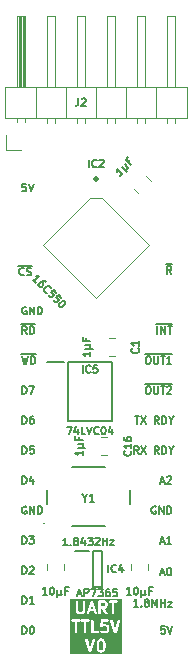
<source format=gto>
%TF.GenerationSoftware,KiCad,Pcbnew,8.0.4*%
%TF.CreationDate,2024-08-06T09:49:06+02:00*%
%TF.ProjectId,TTL5V,54544c35-562e-46b6-9963-61645f706362,V0*%
%TF.SameCoordinates,PX6d01460PY32de760*%
%TF.FileFunction,Legend,Top*%
%TF.FilePolarity,Positive*%
%FSLAX46Y46*%
G04 Gerber Fmt 4.6, Leading zero omitted, Abs format (unit mm)*
G04 Created by KiCad (PCBNEW 8.0.4) date 2024-08-06 09:49:06*
%MOMM*%
%LPD*%
G01*
G04 APERTURE LIST*
%ADD10C,0.150000*%
%ADD11C,0.200000*%
%ADD12C,0.120000*%
%ADD13C,0.100000*%
%ADD14C,0.260000*%
G04 APERTURE END LIST*
D10*
X12825077Y-12985963D02*
X12825077Y-12350963D01*
X13127458Y-12985963D02*
X13127458Y-12350963D01*
X13127458Y-12350963D02*
X13490315Y-12985963D01*
X13490315Y-12985963D02*
X13490315Y-12350963D01*
X13701982Y-12350963D02*
X14064839Y-12350963D01*
X13883410Y-12985963D02*
X13883410Y-12350963D01*
X12737387Y-12174675D02*
X14061816Y-12174675D01*
X1725493Y-10730201D02*
X1665017Y-10699963D01*
X1665017Y-10699963D02*
X1574303Y-10699963D01*
X1574303Y-10699963D02*
X1483588Y-10730201D01*
X1483588Y-10730201D02*
X1423112Y-10790677D01*
X1423112Y-10790677D02*
X1392874Y-10851153D01*
X1392874Y-10851153D02*
X1362636Y-10972105D01*
X1362636Y-10972105D02*
X1362636Y-11062820D01*
X1362636Y-11062820D02*
X1392874Y-11183772D01*
X1392874Y-11183772D02*
X1423112Y-11244248D01*
X1423112Y-11244248D02*
X1483588Y-11304725D01*
X1483588Y-11304725D02*
X1574303Y-11334963D01*
X1574303Y-11334963D02*
X1634779Y-11334963D01*
X1634779Y-11334963D02*
X1725493Y-11304725D01*
X1725493Y-11304725D02*
X1755731Y-11274486D01*
X1755731Y-11274486D02*
X1755731Y-11062820D01*
X1755731Y-11062820D02*
X1634779Y-11062820D01*
X2027874Y-11334963D02*
X2027874Y-10699963D01*
X2027874Y-10699963D02*
X2390731Y-11334963D01*
X2390731Y-11334963D02*
X2390731Y-10699963D01*
X2693112Y-11334963D02*
X2693112Y-10699963D01*
X2693112Y-10699963D02*
X2844302Y-10699963D01*
X2844302Y-10699963D02*
X2935017Y-10730201D01*
X2935017Y-10730201D02*
X2995493Y-10790677D01*
X2995493Y-10790677D02*
X3025731Y-10851153D01*
X3025731Y-10851153D02*
X3055969Y-10972105D01*
X3055969Y-10972105D02*
X3055969Y-11062820D01*
X3055969Y-11062820D02*
X3025731Y-11183772D01*
X3025731Y-11183772D02*
X2995493Y-11244248D01*
X2995493Y-11244248D02*
X2935017Y-11304725D01*
X2935017Y-11304725D02*
X2844302Y-11334963D01*
X2844302Y-11334963D02*
X2693112Y-11334963D01*
X13097220Y-25504534D02*
X13399601Y-25504534D01*
X13036744Y-25685963D02*
X13248410Y-25050963D01*
X13248410Y-25050963D02*
X13460077Y-25685963D01*
X13641506Y-25111439D02*
X13671744Y-25081201D01*
X13671744Y-25081201D02*
X13732220Y-25050963D01*
X13732220Y-25050963D02*
X13883411Y-25050963D01*
X13883411Y-25050963D02*
X13943887Y-25081201D01*
X13943887Y-25081201D02*
X13974125Y-25111439D01*
X13974125Y-25111439D02*
X14004363Y-25171915D01*
X14004363Y-25171915D02*
X14004363Y-25232391D01*
X14004363Y-25232391D02*
X13974125Y-25323105D01*
X13974125Y-25323105D02*
X13611268Y-25685963D01*
X13611268Y-25685963D02*
X14004363Y-25685963D01*
X10926124Y-19970963D02*
X11288981Y-19970963D01*
X11107552Y-20605963D02*
X11107552Y-19970963D01*
X11440172Y-19970963D02*
X11863505Y-20605963D01*
X11863505Y-19970963D02*
X11440172Y-20605963D01*
X12952077Y-20605963D02*
X12740410Y-20303582D01*
X12589220Y-20605963D02*
X12589220Y-19970963D01*
X12589220Y-19970963D02*
X12831125Y-19970963D01*
X12831125Y-19970963D02*
X12891601Y-20001201D01*
X12891601Y-20001201D02*
X12921839Y-20031439D01*
X12921839Y-20031439D02*
X12952077Y-20091915D01*
X12952077Y-20091915D02*
X12952077Y-20182629D01*
X12952077Y-20182629D02*
X12921839Y-20243105D01*
X12921839Y-20243105D02*
X12891601Y-20273344D01*
X12891601Y-20273344D02*
X12831125Y-20303582D01*
X12831125Y-20303582D02*
X12589220Y-20303582D01*
X13224220Y-20605963D02*
X13224220Y-19970963D01*
X13224220Y-19970963D02*
X13375410Y-19970963D01*
X13375410Y-19970963D02*
X13466125Y-20001201D01*
X13466125Y-20001201D02*
X13526601Y-20061677D01*
X13526601Y-20061677D02*
X13556839Y-20122153D01*
X13556839Y-20122153D02*
X13587077Y-20243105D01*
X13587077Y-20243105D02*
X13587077Y-20333820D01*
X13587077Y-20333820D02*
X13556839Y-20454772D01*
X13556839Y-20454772D02*
X13526601Y-20515248D01*
X13526601Y-20515248D02*
X13466125Y-20575725D01*
X13466125Y-20575725D02*
X13375410Y-20605963D01*
X13375410Y-20605963D02*
X13224220Y-20605963D01*
X13980172Y-20303582D02*
X13980172Y-20605963D01*
X13768506Y-19970963D02*
X13980172Y-20303582D01*
X13980172Y-20303582D02*
X14191839Y-19970963D01*
X1392874Y-18065963D02*
X1392874Y-17430963D01*
X1392874Y-17430963D02*
X1544064Y-17430963D01*
X1544064Y-17430963D02*
X1634779Y-17461201D01*
X1634779Y-17461201D02*
X1695255Y-17521677D01*
X1695255Y-17521677D02*
X1725493Y-17582153D01*
X1725493Y-17582153D02*
X1755731Y-17703105D01*
X1755731Y-17703105D02*
X1755731Y-17793820D01*
X1755731Y-17793820D02*
X1725493Y-17914772D01*
X1725493Y-17914772D02*
X1695255Y-17975248D01*
X1695255Y-17975248D02*
X1634779Y-18035725D01*
X1634779Y-18035725D02*
X1544064Y-18065963D01*
X1544064Y-18065963D02*
X1392874Y-18065963D01*
X1967398Y-17430963D02*
X2390731Y-17430963D01*
X2390731Y-17430963D02*
X2118588Y-18065963D01*
X1392874Y-23145963D02*
X1392874Y-22510963D01*
X1392874Y-22510963D02*
X1544064Y-22510963D01*
X1544064Y-22510963D02*
X1634779Y-22541201D01*
X1634779Y-22541201D02*
X1695255Y-22601677D01*
X1695255Y-22601677D02*
X1725493Y-22662153D01*
X1725493Y-22662153D02*
X1755731Y-22783105D01*
X1755731Y-22783105D02*
X1755731Y-22873820D01*
X1755731Y-22873820D02*
X1725493Y-22994772D01*
X1725493Y-22994772D02*
X1695255Y-23055248D01*
X1695255Y-23055248D02*
X1634779Y-23115725D01*
X1634779Y-23115725D02*
X1544064Y-23145963D01*
X1544064Y-23145963D02*
X1392874Y-23145963D01*
X2330255Y-22510963D02*
X2027874Y-22510963D01*
X2027874Y-22510963D02*
X1997636Y-22813344D01*
X1997636Y-22813344D02*
X2027874Y-22783105D01*
X2027874Y-22783105D02*
X2088350Y-22752867D01*
X2088350Y-22752867D02*
X2239541Y-22752867D01*
X2239541Y-22752867D02*
X2300017Y-22783105D01*
X2300017Y-22783105D02*
X2330255Y-22813344D01*
X2330255Y-22813344D02*
X2360493Y-22873820D01*
X2360493Y-22873820D02*
X2360493Y-23025010D01*
X2360493Y-23025010D02*
X2330255Y-23085486D01*
X2330255Y-23085486D02*
X2300017Y-23115725D01*
X2300017Y-23115725D02*
X2239541Y-23145963D01*
X2239541Y-23145963D02*
X2088350Y-23145963D01*
X2088350Y-23145963D02*
X2027874Y-23115725D01*
X2027874Y-23115725D02*
X1997636Y-23085486D01*
X11978410Y-14890963D02*
X12099363Y-14890963D01*
X12099363Y-14890963D02*
X12159839Y-14921201D01*
X12159839Y-14921201D02*
X12220315Y-14981677D01*
X12220315Y-14981677D02*
X12250553Y-15102629D01*
X12250553Y-15102629D02*
X12250553Y-15314296D01*
X12250553Y-15314296D02*
X12220315Y-15435248D01*
X12220315Y-15435248D02*
X12159839Y-15495725D01*
X12159839Y-15495725D02*
X12099363Y-15525963D01*
X12099363Y-15525963D02*
X11978410Y-15525963D01*
X11978410Y-15525963D02*
X11917934Y-15495725D01*
X11917934Y-15495725D02*
X11857458Y-15435248D01*
X11857458Y-15435248D02*
X11827220Y-15314296D01*
X11827220Y-15314296D02*
X11827220Y-15102629D01*
X11827220Y-15102629D02*
X11857458Y-14981677D01*
X11857458Y-14981677D02*
X11917934Y-14921201D01*
X11917934Y-14921201D02*
X11978410Y-14890963D01*
X12522696Y-14890963D02*
X12522696Y-15405010D01*
X12522696Y-15405010D02*
X12552934Y-15465486D01*
X12552934Y-15465486D02*
X12583172Y-15495725D01*
X12583172Y-15495725D02*
X12643648Y-15525963D01*
X12643648Y-15525963D02*
X12764601Y-15525963D01*
X12764601Y-15525963D02*
X12825077Y-15495725D01*
X12825077Y-15495725D02*
X12855315Y-15465486D01*
X12855315Y-15465486D02*
X12885553Y-15405010D01*
X12885553Y-15405010D02*
X12885553Y-14890963D01*
X13097220Y-14890963D02*
X13460077Y-14890963D01*
X13278648Y-15525963D02*
X13278648Y-14890963D01*
X14004363Y-15525963D02*
X13641506Y-15525963D01*
X13822934Y-15525963D02*
X13822934Y-14890963D01*
X13822934Y-14890963D02*
X13762458Y-14981677D01*
X13762458Y-14981677D02*
X13701982Y-15042153D01*
X13701982Y-15042153D02*
X13641506Y-15072391D01*
X11769768Y-14714675D02*
X14061816Y-14714675D01*
X1392874Y-33305963D02*
X1392874Y-32670963D01*
X1392874Y-32670963D02*
X1544064Y-32670963D01*
X1544064Y-32670963D02*
X1634779Y-32701201D01*
X1634779Y-32701201D02*
X1695255Y-32761677D01*
X1695255Y-32761677D02*
X1725493Y-32822153D01*
X1725493Y-32822153D02*
X1755731Y-32943105D01*
X1755731Y-32943105D02*
X1755731Y-33033820D01*
X1755731Y-33033820D02*
X1725493Y-33154772D01*
X1725493Y-33154772D02*
X1695255Y-33215248D01*
X1695255Y-33215248D02*
X1634779Y-33275725D01*
X1634779Y-33275725D02*
X1544064Y-33305963D01*
X1544064Y-33305963D02*
X1392874Y-33305963D01*
X1997636Y-32731439D02*
X2027874Y-32701201D01*
X2027874Y-32701201D02*
X2088350Y-32670963D01*
X2088350Y-32670963D02*
X2239541Y-32670963D01*
X2239541Y-32670963D02*
X2300017Y-32701201D01*
X2300017Y-32701201D02*
X2330255Y-32731439D01*
X2330255Y-32731439D02*
X2360493Y-32791915D01*
X2360493Y-32791915D02*
X2360493Y-32852391D01*
X2360493Y-32852391D02*
X2330255Y-32943105D01*
X2330255Y-32943105D02*
X1967398Y-33305963D01*
X1967398Y-33305963D02*
X2360493Y-33305963D01*
X1392874Y-38385963D02*
X1392874Y-37750963D01*
X1392874Y-37750963D02*
X1544064Y-37750963D01*
X1544064Y-37750963D02*
X1634779Y-37781201D01*
X1634779Y-37781201D02*
X1695255Y-37841677D01*
X1695255Y-37841677D02*
X1725493Y-37902153D01*
X1725493Y-37902153D02*
X1755731Y-38023105D01*
X1755731Y-38023105D02*
X1755731Y-38113820D01*
X1755731Y-38113820D02*
X1725493Y-38234772D01*
X1725493Y-38234772D02*
X1695255Y-38295248D01*
X1695255Y-38295248D02*
X1634779Y-38355725D01*
X1634779Y-38355725D02*
X1544064Y-38385963D01*
X1544064Y-38385963D02*
X1392874Y-38385963D01*
X2148826Y-37750963D02*
X2209303Y-37750963D01*
X2209303Y-37750963D02*
X2269779Y-37781201D01*
X2269779Y-37781201D02*
X2300017Y-37811439D01*
X2300017Y-37811439D02*
X2330255Y-37871915D01*
X2330255Y-37871915D02*
X2360493Y-37992867D01*
X2360493Y-37992867D02*
X2360493Y-38144058D01*
X2360493Y-38144058D02*
X2330255Y-38265010D01*
X2330255Y-38265010D02*
X2300017Y-38325486D01*
X2300017Y-38325486D02*
X2269779Y-38355725D01*
X2269779Y-38355725D02*
X2209303Y-38385963D01*
X2209303Y-38385963D02*
X2148826Y-38385963D01*
X2148826Y-38385963D02*
X2088350Y-38355725D01*
X2088350Y-38355725D02*
X2058112Y-38325486D01*
X2058112Y-38325486D02*
X2027874Y-38265010D01*
X2027874Y-38265010D02*
X1997636Y-38144058D01*
X1997636Y-38144058D02*
X1997636Y-37992867D01*
X1997636Y-37992867D02*
X2027874Y-37871915D01*
X2027874Y-37871915D02*
X2058112Y-37811439D01*
X2058112Y-37811439D02*
X2088350Y-37781201D01*
X2088350Y-37781201D02*
X2148826Y-37750963D01*
X14004363Y-7905963D02*
X13792696Y-7603582D01*
X13641506Y-7905963D02*
X13641506Y-7270963D01*
X13641506Y-7270963D02*
X13883411Y-7270963D01*
X13883411Y-7270963D02*
X13943887Y-7301201D01*
X13943887Y-7301201D02*
X13974125Y-7331439D01*
X13974125Y-7331439D02*
X14004363Y-7391915D01*
X14004363Y-7391915D02*
X14004363Y-7482629D01*
X14004363Y-7482629D02*
X13974125Y-7543105D01*
X13974125Y-7543105D02*
X13943887Y-7573344D01*
X13943887Y-7573344D02*
X13883411Y-7603582D01*
X13883411Y-7603582D02*
X13641506Y-7603582D01*
X13553816Y-7094675D02*
X14061816Y-7094675D01*
X11978410Y-17430963D02*
X12099363Y-17430963D01*
X12099363Y-17430963D02*
X12159839Y-17461201D01*
X12159839Y-17461201D02*
X12220315Y-17521677D01*
X12220315Y-17521677D02*
X12250553Y-17642629D01*
X12250553Y-17642629D02*
X12250553Y-17854296D01*
X12250553Y-17854296D02*
X12220315Y-17975248D01*
X12220315Y-17975248D02*
X12159839Y-18035725D01*
X12159839Y-18035725D02*
X12099363Y-18065963D01*
X12099363Y-18065963D02*
X11978410Y-18065963D01*
X11978410Y-18065963D02*
X11917934Y-18035725D01*
X11917934Y-18035725D02*
X11857458Y-17975248D01*
X11857458Y-17975248D02*
X11827220Y-17854296D01*
X11827220Y-17854296D02*
X11827220Y-17642629D01*
X11827220Y-17642629D02*
X11857458Y-17521677D01*
X11857458Y-17521677D02*
X11917934Y-17461201D01*
X11917934Y-17461201D02*
X11978410Y-17430963D01*
X12522696Y-17430963D02*
X12522696Y-17945010D01*
X12522696Y-17945010D02*
X12552934Y-18005486D01*
X12552934Y-18005486D02*
X12583172Y-18035725D01*
X12583172Y-18035725D02*
X12643648Y-18065963D01*
X12643648Y-18065963D02*
X12764601Y-18065963D01*
X12764601Y-18065963D02*
X12825077Y-18035725D01*
X12825077Y-18035725D02*
X12855315Y-18005486D01*
X12855315Y-18005486D02*
X12885553Y-17945010D01*
X12885553Y-17945010D02*
X12885553Y-17430963D01*
X13097220Y-17430963D02*
X13460077Y-17430963D01*
X13278648Y-18065963D02*
X13278648Y-17430963D01*
X13641506Y-17491439D02*
X13671744Y-17461201D01*
X13671744Y-17461201D02*
X13732220Y-17430963D01*
X13732220Y-17430963D02*
X13883411Y-17430963D01*
X13883411Y-17430963D02*
X13943887Y-17461201D01*
X13943887Y-17461201D02*
X13974125Y-17491439D01*
X13974125Y-17491439D02*
X14004363Y-17551915D01*
X14004363Y-17551915D02*
X14004363Y-17612391D01*
X14004363Y-17612391D02*
X13974125Y-17703105D01*
X13974125Y-17703105D02*
X13611268Y-18065963D01*
X13611268Y-18065963D02*
X14004363Y-18065963D01*
X11769768Y-17254675D02*
X14061816Y-17254675D01*
D11*
G36*
X8132192Y-39002024D02*
G01*
X8156861Y-39026692D01*
X8192314Y-39097599D01*
X8234285Y-39265480D01*
X8234285Y-39478956D01*
X8192314Y-39646837D01*
X8156861Y-39717743D01*
X8132192Y-39742413D01*
X8072583Y-39772219D01*
X8024559Y-39772219D01*
X7964949Y-39742414D01*
X7940282Y-39717746D01*
X7904827Y-39646837D01*
X7862857Y-39478956D01*
X7862857Y-39265481D01*
X7904827Y-39097599D01*
X7940281Y-39026692D01*
X7964949Y-39002023D01*
X8024559Y-38972219D01*
X8072583Y-38972219D01*
X8132192Y-39002024D01*
G37*
G36*
X8346478Y-35782136D02*
G01*
X8371147Y-35806804D01*
X8400952Y-35866414D01*
X8400952Y-35962057D01*
X8371147Y-36021666D01*
X8346478Y-36046334D01*
X8286869Y-36076140D01*
X8029524Y-36076140D01*
X8029524Y-35752331D01*
X8286869Y-35752331D01*
X8346478Y-35782136D01*
G37*
G36*
X7362210Y-36266616D02*
G01*
X7163505Y-36266616D01*
X7262857Y-35968558D01*
X7362210Y-36266616D01*
G37*
G36*
X9806516Y-40083330D02*
G01*
X5434619Y-40083330D01*
X5434619Y-38884726D01*
X6711261Y-38884726D01*
X6715608Y-38903842D01*
X7048941Y-39903841D01*
X7056932Y-39921742D01*
X7061615Y-39927141D01*
X7064810Y-39933531D01*
X7074281Y-39941746D01*
X7082497Y-39951218D01*
X7088885Y-39954412D01*
X7094286Y-39959096D01*
X7106187Y-39963063D01*
X7117396Y-39968667D01*
X7124520Y-39969173D01*
X7131302Y-39971434D01*
X7143811Y-39970544D01*
X7156316Y-39971434D01*
X7163094Y-39969174D01*
X7170222Y-39968668D01*
X7181438Y-39963059D01*
X7193332Y-39959095D01*
X7198729Y-39954414D01*
X7205121Y-39951218D01*
X7213339Y-39941742D01*
X7222808Y-39933530D01*
X7226001Y-39927143D01*
X7230686Y-39921742D01*
X7238677Y-39903842D01*
X7455567Y-39253171D01*
X7662857Y-39253171D01*
X7662857Y-39491266D01*
X7663192Y-39494668D01*
X7662975Y-39496127D01*
X7664054Y-39503424D01*
X7664778Y-39510775D01*
X7665342Y-39512138D01*
X7665843Y-39515520D01*
X7713462Y-39705995D01*
X7713975Y-39707432D01*
X7714027Y-39708155D01*
X7717135Y-39716279D01*
X7720057Y-39724456D01*
X7720487Y-39725036D01*
X7721033Y-39726463D01*
X7768652Y-39821701D01*
X7773935Y-39830093D01*
X7774947Y-39832537D01*
X7777203Y-39835286D01*
X7779095Y-39838291D01*
X7781089Y-39840020D01*
X7787384Y-39847690D01*
X7835002Y-39895310D01*
X7842670Y-39901603D01*
X7844402Y-39903600D01*
X7847410Y-39905493D01*
X7850156Y-39907747D01*
X7852596Y-39908757D01*
X7860993Y-39914043D01*
X7956230Y-39961662D01*
X7974539Y-39968668D01*
X7978122Y-39968922D01*
X7981443Y-39970298D01*
X8000952Y-39972219D01*
X8096190Y-39972219D01*
X8115699Y-39970298D01*
X8119019Y-39968922D01*
X8122603Y-39968668D01*
X8140911Y-39961662D01*
X8236149Y-39914043D01*
X8244544Y-39908758D01*
X8246986Y-39907747D01*
X8249733Y-39905491D01*
X8252739Y-39903600D01*
X8254469Y-39901605D01*
X8262139Y-39895310D01*
X8309758Y-39847690D01*
X8316050Y-39840023D01*
X8318047Y-39838292D01*
X8319940Y-39835284D01*
X8322195Y-39832537D01*
X8323206Y-39830095D01*
X8328490Y-39821701D01*
X8376109Y-39726464D01*
X8376655Y-39725035D01*
X8377085Y-39724456D01*
X8380006Y-39716279D01*
X8383115Y-39708155D01*
X8383166Y-39707434D01*
X8383680Y-39705996D01*
X8431299Y-39515520D01*
X8431799Y-39512138D01*
X8432364Y-39510775D01*
X8433087Y-39503424D01*
X8434167Y-39496127D01*
X8433949Y-39494668D01*
X8434285Y-39491266D01*
X8434285Y-39253171D01*
X8433949Y-39249768D01*
X8434167Y-39248310D01*
X8433087Y-39241012D01*
X8432364Y-39233662D01*
X8431799Y-39232298D01*
X8431299Y-39228917D01*
X8383680Y-39038441D01*
X8383166Y-39037002D01*
X8383115Y-39036282D01*
X8380006Y-39028157D01*
X8377085Y-39019981D01*
X8376655Y-39019401D01*
X8376109Y-39017973D01*
X8328490Y-38922736D01*
X8323204Y-38914339D01*
X8322194Y-38911899D01*
X8319940Y-38909153D01*
X8318047Y-38906145D01*
X8316049Y-38904412D01*
X8309757Y-38896746D01*
X8262139Y-38849127D01*
X8254468Y-38842832D01*
X8252739Y-38840838D01*
X8249731Y-38838944D01*
X8246985Y-38836691D01*
X8244545Y-38835680D01*
X8236149Y-38830395D01*
X8140911Y-38782776D01*
X8122603Y-38775770D01*
X8119019Y-38775515D01*
X8115699Y-38774140D01*
X8096190Y-38772219D01*
X8000952Y-38772219D01*
X7981443Y-38774140D01*
X7978122Y-38775515D01*
X7974539Y-38775770D01*
X7956230Y-38782776D01*
X7860993Y-38830395D01*
X7852596Y-38835680D01*
X7850156Y-38836691D01*
X7847410Y-38838944D01*
X7844402Y-38840838D01*
X7842669Y-38842835D01*
X7835003Y-38849128D01*
X7787384Y-38896746D01*
X7781089Y-38904416D01*
X7779095Y-38906146D01*
X7777201Y-38909153D01*
X7774948Y-38911900D01*
X7773937Y-38914339D01*
X7768652Y-38922736D01*
X7721033Y-39017974D01*
X7720487Y-39019400D01*
X7720057Y-39019981D01*
X7717135Y-39028157D01*
X7714027Y-39036282D01*
X7713975Y-39037004D01*
X7713462Y-39038442D01*
X7665843Y-39228917D01*
X7665342Y-39232298D01*
X7664778Y-39233662D01*
X7664054Y-39241012D01*
X7662975Y-39248310D01*
X7663192Y-39249768D01*
X7662857Y-39253171D01*
X7455567Y-39253171D01*
X7572010Y-38903842D01*
X7576357Y-38884727D01*
X7573591Y-38845807D01*
X7556141Y-38810908D01*
X7526665Y-38785343D01*
X7489649Y-38773004D01*
X7450729Y-38775771D01*
X7415830Y-38793220D01*
X7390265Y-38822696D01*
X7382274Y-38840597D01*
X7143809Y-39555991D01*
X6905344Y-38840596D01*
X6897353Y-38822696D01*
X6871788Y-38793220D01*
X6836889Y-38775770D01*
X6797969Y-38773004D01*
X6760953Y-38785342D01*
X6731477Y-38810907D01*
X6714027Y-38845806D01*
X6711261Y-38884726D01*
X5434619Y-38884726D01*
X5434619Y-37242766D01*
X5545730Y-37242766D01*
X5545730Y-37281784D01*
X5560662Y-37317832D01*
X5588252Y-37345422D01*
X5624300Y-37360354D01*
X5643809Y-37362275D01*
X5829523Y-37362275D01*
X5829523Y-38262275D01*
X5831444Y-38281784D01*
X5846376Y-38317832D01*
X5873966Y-38345422D01*
X5910014Y-38360354D01*
X5949032Y-38360354D01*
X5985080Y-38345422D01*
X6012670Y-38317832D01*
X6027602Y-38281784D01*
X6029523Y-38262275D01*
X6029523Y-37362275D01*
X6215237Y-37362275D01*
X6234746Y-37360354D01*
X6270794Y-37345422D01*
X6298384Y-37317832D01*
X6310475Y-37288641D01*
X6322567Y-37317832D01*
X6350157Y-37345422D01*
X6386205Y-37360354D01*
X6405714Y-37362275D01*
X6591428Y-37362275D01*
X6591428Y-38262275D01*
X6593349Y-38281784D01*
X6608281Y-38317832D01*
X6635871Y-38345422D01*
X6671919Y-38360354D01*
X6710937Y-38360354D01*
X6746985Y-38345422D01*
X6774575Y-38317832D01*
X6789507Y-38281784D01*
X6791428Y-38262275D01*
X6791428Y-37362275D01*
X6977142Y-37362275D01*
X6996651Y-37360354D01*
X7032699Y-37345422D01*
X7060289Y-37317832D01*
X7075221Y-37281784D01*
X7075221Y-37262275D01*
X7210476Y-37262275D01*
X7210476Y-38262275D01*
X7212397Y-38281784D01*
X7227329Y-38317832D01*
X7254919Y-38345422D01*
X7290967Y-38360354D01*
X7310476Y-38362275D01*
X7786666Y-38362275D01*
X7806175Y-38360354D01*
X7842223Y-38345422D01*
X7869813Y-38317832D01*
X7884745Y-38281784D01*
X7884745Y-38242766D01*
X7869813Y-38206718D01*
X7842223Y-38179128D01*
X7806175Y-38164196D01*
X7786666Y-38162275D01*
X7410476Y-38162275D01*
X7410476Y-37748118D01*
X7972848Y-37748118D01*
X7974302Y-37752936D01*
X7974302Y-37757974D01*
X7979898Y-37771483D01*
X7984119Y-37785473D01*
X7987306Y-37789369D01*
X7989234Y-37794022D01*
X7999570Y-37804358D01*
X8008826Y-37815671D01*
X8013263Y-37818051D01*
X8016824Y-37821612D01*
X8030329Y-37827206D01*
X8043210Y-37834116D01*
X8048219Y-37834616D01*
X8052872Y-37836544D01*
X8067493Y-37836544D01*
X8082034Y-37837998D01*
X8086853Y-37836544D01*
X8091890Y-37836544D01*
X8105399Y-37830947D01*
X8119389Y-37826727D01*
X8123285Y-37823539D01*
X8127938Y-37821612D01*
X8143092Y-37809176D01*
X8179235Y-37773031D01*
X8238845Y-37743227D01*
X8429726Y-37743227D01*
X8489335Y-37773032D01*
X8514004Y-37797700D01*
X8543809Y-37857310D01*
X8543809Y-38048191D01*
X8514004Y-38107799D01*
X8489335Y-38132469D01*
X8429726Y-38162275D01*
X8238845Y-38162275D01*
X8179235Y-38132470D01*
X8143092Y-38096326D01*
X8127939Y-38083889D01*
X8091891Y-38068958D01*
X8052873Y-38068957D01*
X8016824Y-38083888D01*
X7989234Y-38111478D01*
X7974303Y-38147526D01*
X7974302Y-38186544D01*
X7989233Y-38222593D01*
X8001670Y-38237746D01*
X8049288Y-38285366D01*
X8056956Y-38291659D01*
X8058688Y-38293656D01*
X8061696Y-38295549D01*
X8064442Y-38297803D01*
X8066882Y-38298813D01*
X8075279Y-38304099D01*
X8170516Y-38351718D01*
X8188825Y-38358724D01*
X8192408Y-38358978D01*
X8195729Y-38360354D01*
X8215238Y-38362275D01*
X8453333Y-38362275D01*
X8472842Y-38360354D01*
X8476162Y-38358978D01*
X8479746Y-38358724D01*
X8498054Y-38351718D01*
X8593292Y-38304099D01*
X8601687Y-38298814D01*
X8604129Y-38297803D01*
X8606876Y-38295547D01*
X8609882Y-38293656D01*
X8611612Y-38291661D01*
X8619282Y-38285366D01*
X8666901Y-38237746D01*
X8673193Y-38230079D01*
X8675190Y-38228348D01*
X8677083Y-38225340D01*
X8679338Y-38222593D01*
X8680349Y-38220151D01*
X8685633Y-38211757D01*
X8733252Y-38116520D01*
X8740258Y-38098211D01*
X8740512Y-38094627D01*
X8741888Y-38091307D01*
X8743809Y-38071798D01*
X8743809Y-37833703D01*
X8741888Y-37814194D01*
X8740512Y-37810873D01*
X8740258Y-37807290D01*
X8733252Y-37788981D01*
X8685633Y-37693744D01*
X8680347Y-37685347D01*
X8679337Y-37682907D01*
X8677083Y-37680161D01*
X8675190Y-37677153D01*
X8673192Y-37675420D01*
X8666900Y-37667754D01*
X8619282Y-37620135D01*
X8611611Y-37613840D01*
X8609882Y-37611846D01*
X8606874Y-37609952D01*
X8604128Y-37607699D01*
X8601688Y-37606688D01*
X8593292Y-37601403D01*
X8498054Y-37553784D01*
X8479746Y-37546778D01*
X8476162Y-37546523D01*
X8472842Y-37545148D01*
X8453333Y-37543227D01*
X8215238Y-37543227D01*
X8195729Y-37545148D01*
X8192408Y-37546523D01*
X8192071Y-37546547D01*
X8210499Y-37362275D01*
X8596190Y-37362275D01*
X8615699Y-37360354D01*
X8651747Y-37345422D01*
X8679337Y-37317832D01*
X8694269Y-37281784D01*
X8694269Y-37274782D01*
X8830309Y-37274782D01*
X8834656Y-37293898D01*
X9167989Y-38293897D01*
X9175980Y-38311798D01*
X9180663Y-38317197D01*
X9183858Y-38323587D01*
X9193329Y-38331802D01*
X9201545Y-38341274D01*
X9207933Y-38344468D01*
X9213334Y-38349152D01*
X9225235Y-38353119D01*
X9236444Y-38358723D01*
X9243568Y-38359229D01*
X9250350Y-38361490D01*
X9262859Y-38360600D01*
X9275364Y-38361490D01*
X9282142Y-38359230D01*
X9289270Y-38358724D01*
X9300486Y-38353115D01*
X9312380Y-38349151D01*
X9317777Y-38344470D01*
X9324169Y-38341274D01*
X9332387Y-38331798D01*
X9341856Y-38323586D01*
X9345049Y-38317199D01*
X9349734Y-38311798D01*
X9357725Y-38293898D01*
X9691058Y-37293898D01*
X9695405Y-37274783D01*
X9692639Y-37235863D01*
X9675189Y-37200964D01*
X9645713Y-37175399D01*
X9608697Y-37163060D01*
X9569777Y-37165827D01*
X9534878Y-37183276D01*
X9509313Y-37212752D01*
X9501322Y-37230653D01*
X9262857Y-37946047D01*
X9024392Y-37230652D01*
X9016401Y-37212752D01*
X8990836Y-37183276D01*
X8955937Y-37165826D01*
X8917017Y-37163060D01*
X8880001Y-37175398D01*
X8850525Y-37200963D01*
X8833075Y-37235862D01*
X8830309Y-37274782D01*
X8694269Y-37274782D01*
X8694269Y-37242766D01*
X8679337Y-37206718D01*
X8651747Y-37179128D01*
X8615699Y-37164196D01*
X8596190Y-37162275D01*
X8120000Y-37162275D01*
X8112783Y-37162985D01*
X8110347Y-37162742D01*
X8107968Y-37163459D01*
X8100491Y-37164196D01*
X8086981Y-37169792D01*
X8072992Y-37174013D01*
X8069095Y-37177200D01*
X8064443Y-37179128D01*
X8054106Y-37189464D01*
X8042794Y-37198720D01*
X8040413Y-37203157D01*
X8036853Y-37206718D01*
X8031258Y-37220223D01*
X8024349Y-37233104D01*
X8022872Y-37240468D01*
X8021921Y-37242766D01*
X8021921Y-37245216D01*
X8020496Y-37252325D01*
X7972877Y-37728515D01*
X7972848Y-37748118D01*
X7410476Y-37748118D01*
X7410476Y-37262275D01*
X7408555Y-37242766D01*
X7393623Y-37206718D01*
X7366033Y-37179128D01*
X7329985Y-37164196D01*
X7290967Y-37164196D01*
X7254919Y-37179128D01*
X7227329Y-37206718D01*
X7212397Y-37242766D01*
X7210476Y-37262275D01*
X7075221Y-37262275D01*
X7075221Y-37242766D01*
X7060289Y-37206718D01*
X7032699Y-37179128D01*
X6996651Y-37164196D01*
X6977142Y-37162275D01*
X6405714Y-37162275D01*
X6386205Y-37164196D01*
X6350157Y-37179128D01*
X6322567Y-37206718D01*
X6310475Y-37235908D01*
X6298384Y-37206718D01*
X6270794Y-37179128D01*
X6234746Y-37164196D01*
X6215237Y-37162275D01*
X5643809Y-37162275D01*
X5624300Y-37164196D01*
X5588252Y-37179128D01*
X5560662Y-37206718D01*
X5545730Y-37242766D01*
X5434619Y-37242766D01*
X5434619Y-35652331D01*
X5924762Y-35652331D01*
X5924762Y-36461854D01*
X5926683Y-36481363D01*
X5928058Y-36484683D01*
X5928313Y-36488267D01*
X5935319Y-36506575D01*
X5982938Y-36601813D01*
X5988221Y-36610205D01*
X5989233Y-36612649D01*
X5991489Y-36615398D01*
X5993381Y-36618403D01*
X5995375Y-36620132D01*
X6001670Y-36627802D01*
X6049288Y-36675422D01*
X6056956Y-36681715D01*
X6058688Y-36683712D01*
X6061696Y-36685605D01*
X6064442Y-36687859D01*
X6066882Y-36688869D01*
X6075279Y-36694155D01*
X6170516Y-36741774D01*
X6188825Y-36748780D01*
X6192408Y-36749034D01*
X6195729Y-36750410D01*
X6215238Y-36752331D01*
X6405714Y-36752331D01*
X6425223Y-36750410D01*
X6428543Y-36749034D01*
X6432127Y-36748780D01*
X6450435Y-36741774D01*
X6545673Y-36694155D01*
X6554068Y-36688870D01*
X6556510Y-36687859D01*
X6559257Y-36685603D01*
X6562263Y-36683712D01*
X6563993Y-36681717D01*
X6571663Y-36675422D01*
X6607260Y-36639824D01*
X6830309Y-36639824D01*
X6833075Y-36678744D01*
X6850525Y-36713643D01*
X6880001Y-36739208D01*
X6917017Y-36751546D01*
X6955937Y-36748780D01*
X6990836Y-36731330D01*
X7016401Y-36701854D01*
X7024392Y-36683954D01*
X7096838Y-36466616D01*
X7428876Y-36466616D01*
X7501322Y-36683953D01*
X7509313Y-36701854D01*
X7534878Y-36731330D01*
X7569777Y-36748779D01*
X7608697Y-36751546D01*
X7645713Y-36739207D01*
X7675189Y-36713642D01*
X7692639Y-36678743D01*
X7695405Y-36639823D01*
X7691058Y-36620708D01*
X7368266Y-35652331D01*
X7829524Y-35652331D01*
X7829524Y-36652331D01*
X7831445Y-36671840D01*
X7846377Y-36707888D01*
X7873967Y-36735478D01*
X7910015Y-36750410D01*
X7949033Y-36750410D01*
X7985081Y-36735478D01*
X8012671Y-36707888D01*
X8027603Y-36671840D01*
X8029524Y-36652331D01*
X8029524Y-36276140D01*
X8115554Y-36276140D01*
X8419029Y-36709677D01*
X8431790Y-36724558D01*
X8464695Y-36745527D01*
X8503120Y-36752308D01*
X8541214Y-36743868D01*
X8573179Y-36721493D01*
X8594148Y-36688588D01*
X8600929Y-36650164D01*
X8592489Y-36612069D01*
X8582875Y-36594985D01*
X8352907Y-36266459D01*
X8355197Y-36265583D01*
X8450435Y-36217964D01*
X8458831Y-36212678D01*
X8461271Y-36211668D01*
X8464017Y-36209414D01*
X8467025Y-36207521D01*
X8468754Y-36205526D01*
X8476425Y-36199232D01*
X8524043Y-36151613D01*
X8530335Y-36143946D01*
X8532333Y-36142214D01*
X8534226Y-36139205D01*
X8536480Y-36136460D01*
X8537490Y-36134019D01*
X8542776Y-36125623D01*
X8590395Y-36030386D01*
X8597401Y-36012077D01*
X8597655Y-36008493D01*
X8599031Y-36005173D01*
X8600952Y-35985664D01*
X8600952Y-35842807D01*
X8599031Y-35823298D01*
X8597655Y-35819977D01*
X8597401Y-35816394D01*
X8590395Y-35798085D01*
X8542776Y-35702848D01*
X8537490Y-35694451D01*
X8536480Y-35692011D01*
X8534226Y-35689265D01*
X8532333Y-35686257D01*
X8530335Y-35684524D01*
X8524043Y-35676858D01*
X8480008Y-35632822D01*
X8688588Y-35632822D01*
X8688588Y-35671840D01*
X8703520Y-35707888D01*
X8731110Y-35735478D01*
X8767158Y-35750410D01*
X8786667Y-35752331D01*
X8972381Y-35752331D01*
X8972381Y-36652331D01*
X8974302Y-36671840D01*
X8989234Y-36707888D01*
X9016824Y-36735478D01*
X9052872Y-36750410D01*
X9091890Y-36750410D01*
X9127938Y-36735478D01*
X9155528Y-36707888D01*
X9170460Y-36671840D01*
X9172381Y-36652331D01*
X9172381Y-35752331D01*
X9358095Y-35752331D01*
X9377604Y-35750410D01*
X9413652Y-35735478D01*
X9441242Y-35707888D01*
X9456174Y-35671840D01*
X9456174Y-35632822D01*
X9441242Y-35596774D01*
X9413652Y-35569184D01*
X9377604Y-35554252D01*
X9358095Y-35552331D01*
X8786667Y-35552331D01*
X8767158Y-35554252D01*
X8731110Y-35569184D01*
X8703520Y-35596774D01*
X8688588Y-35632822D01*
X8480008Y-35632822D01*
X8476425Y-35629239D01*
X8468754Y-35622944D01*
X8467025Y-35620950D01*
X8464017Y-35619056D01*
X8461271Y-35616803D01*
X8458831Y-35615792D01*
X8450435Y-35610507D01*
X8355197Y-35562888D01*
X8336889Y-35555882D01*
X8333305Y-35555627D01*
X8329985Y-35554252D01*
X8310476Y-35552331D01*
X7929524Y-35552331D01*
X7910015Y-35554252D01*
X7873967Y-35569184D01*
X7846377Y-35596774D01*
X7831445Y-35632822D01*
X7829524Y-35652331D01*
X7368266Y-35652331D01*
X7357725Y-35620708D01*
X7349734Y-35602808D01*
X7345049Y-35597406D01*
X7341856Y-35591020D01*
X7332387Y-35582807D01*
X7324169Y-35573332D01*
X7317777Y-35570135D01*
X7312380Y-35565455D01*
X7300486Y-35561490D01*
X7289270Y-35555882D01*
X7282142Y-35555375D01*
X7275364Y-35553116D01*
X7262859Y-35554005D01*
X7250350Y-35553116D01*
X7243568Y-35555376D01*
X7236444Y-35555883D01*
X7225235Y-35561486D01*
X7213334Y-35565454D01*
X7207933Y-35570137D01*
X7201545Y-35573332D01*
X7193329Y-35582803D01*
X7183858Y-35591019D01*
X7180663Y-35597408D01*
X7175980Y-35602808D01*
X7167989Y-35620709D01*
X6834656Y-36620708D01*
X6830309Y-36639824D01*
X6607260Y-36639824D01*
X6619282Y-36627802D01*
X6625574Y-36620135D01*
X6627571Y-36618404D01*
X6629464Y-36615396D01*
X6631719Y-36612649D01*
X6632730Y-36610207D01*
X6638014Y-36601813D01*
X6685633Y-36506576D01*
X6692639Y-36488267D01*
X6692893Y-36484683D01*
X6694269Y-36481363D01*
X6696190Y-36461854D01*
X6696190Y-35652331D01*
X6694269Y-35632822D01*
X6679337Y-35596774D01*
X6651747Y-35569184D01*
X6615699Y-35554252D01*
X6576681Y-35554252D01*
X6540633Y-35569184D01*
X6513043Y-35596774D01*
X6498111Y-35632822D01*
X6496190Y-35652331D01*
X6496190Y-36438247D01*
X6466385Y-36497855D01*
X6441716Y-36522525D01*
X6382107Y-36552331D01*
X6238845Y-36552331D01*
X6179235Y-36522526D01*
X6154568Y-36497858D01*
X6124762Y-36438246D01*
X6124762Y-35652331D01*
X6122841Y-35632822D01*
X6107909Y-35596774D01*
X6080319Y-35569184D01*
X6044271Y-35554252D01*
X6005253Y-35554252D01*
X5969205Y-35569184D01*
X5941615Y-35596774D01*
X5926683Y-35632822D01*
X5924762Y-35652331D01*
X5434619Y-35652331D01*
X5434619Y-35441220D01*
X9806516Y-35441220D01*
X9806516Y-40083330D01*
G37*
D10*
X1695255Y-285963D02*
X1392874Y-285963D01*
X1392874Y-285963D02*
X1362636Y-588344D01*
X1362636Y-588344D02*
X1392874Y-558105D01*
X1392874Y-558105D02*
X1453350Y-527867D01*
X1453350Y-527867D02*
X1604541Y-527867D01*
X1604541Y-527867D02*
X1665017Y-558105D01*
X1665017Y-558105D02*
X1695255Y-588344D01*
X1695255Y-588344D02*
X1725493Y-648820D01*
X1725493Y-648820D02*
X1725493Y-800010D01*
X1725493Y-800010D02*
X1695255Y-860486D01*
X1695255Y-860486D02*
X1665017Y-890725D01*
X1665017Y-890725D02*
X1604541Y-920963D01*
X1604541Y-920963D02*
X1453350Y-920963D01*
X1453350Y-920963D02*
X1392874Y-890725D01*
X1392874Y-890725D02*
X1362636Y-860486D01*
X1906922Y-285963D02*
X2118588Y-920963D01*
X2118588Y-920963D02*
X2330255Y-285963D01*
X13097220Y-33251534D02*
X13399601Y-33251534D01*
X13036744Y-33432963D02*
X13248410Y-32797963D01*
X13248410Y-32797963D02*
X13460077Y-33432963D01*
X13792696Y-32797963D02*
X13853173Y-32797963D01*
X13853173Y-32797963D02*
X13913649Y-32828201D01*
X13913649Y-32828201D02*
X13943887Y-32858439D01*
X13943887Y-32858439D02*
X13974125Y-32918915D01*
X13974125Y-32918915D02*
X14004363Y-33039867D01*
X14004363Y-33039867D02*
X14004363Y-33191058D01*
X14004363Y-33191058D02*
X13974125Y-33312010D01*
X13974125Y-33312010D02*
X13943887Y-33372486D01*
X13943887Y-33372486D02*
X13913649Y-33402725D01*
X13913649Y-33402725D02*
X13853173Y-33432963D01*
X13853173Y-33432963D02*
X13792696Y-33432963D01*
X13792696Y-33432963D02*
X13732220Y-33402725D01*
X13732220Y-33402725D02*
X13701982Y-33372486D01*
X13701982Y-33372486D02*
X13671744Y-33312010D01*
X13671744Y-33312010D02*
X13641506Y-33191058D01*
X13641506Y-33191058D02*
X13641506Y-33039867D01*
X13641506Y-33039867D02*
X13671744Y-32918915D01*
X13671744Y-32918915D02*
X13701982Y-32858439D01*
X13701982Y-32858439D02*
X13732220Y-32828201D01*
X13732220Y-32828201D02*
X13792696Y-32797963D01*
X1392874Y-35845963D02*
X1392874Y-35210963D01*
X1392874Y-35210963D02*
X1544064Y-35210963D01*
X1544064Y-35210963D02*
X1634779Y-35241201D01*
X1634779Y-35241201D02*
X1695255Y-35301677D01*
X1695255Y-35301677D02*
X1725493Y-35362153D01*
X1725493Y-35362153D02*
X1755731Y-35483105D01*
X1755731Y-35483105D02*
X1755731Y-35573820D01*
X1755731Y-35573820D02*
X1725493Y-35694772D01*
X1725493Y-35694772D02*
X1695255Y-35755248D01*
X1695255Y-35755248D02*
X1634779Y-35815725D01*
X1634779Y-35815725D02*
X1544064Y-35845963D01*
X1544064Y-35845963D02*
X1392874Y-35845963D01*
X2360493Y-35845963D02*
X1997636Y-35845963D01*
X2179064Y-35845963D02*
X2179064Y-35210963D01*
X2179064Y-35210963D02*
X2118588Y-35301677D01*
X2118588Y-35301677D02*
X2058112Y-35362153D01*
X2058112Y-35362153D02*
X1997636Y-35392391D01*
X1392874Y-20605963D02*
X1392874Y-19970963D01*
X1392874Y-19970963D02*
X1544064Y-19970963D01*
X1544064Y-19970963D02*
X1634779Y-20001201D01*
X1634779Y-20001201D02*
X1695255Y-20061677D01*
X1695255Y-20061677D02*
X1725493Y-20122153D01*
X1725493Y-20122153D02*
X1755731Y-20243105D01*
X1755731Y-20243105D02*
X1755731Y-20333820D01*
X1755731Y-20333820D02*
X1725493Y-20454772D01*
X1725493Y-20454772D02*
X1695255Y-20515248D01*
X1695255Y-20515248D02*
X1634779Y-20575725D01*
X1634779Y-20575725D02*
X1544064Y-20605963D01*
X1544064Y-20605963D02*
X1392874Y-20605963D01*
X2300017Y-19970963D02*
X2179064Y-19970963D01*
X2179064Y-19970963D02*
X2118588Y-20001201D01*
X2118588Y-20001201D02*
X2088350Y-20031439D01*
X2088350Y-20031439D02*
X2027874Y-20122153D01*
X2027874Y-20122153D02*
X1997636Y-20243105D01*
X1997636Y-20243105D02*
X1997636Y-20485010D01*
X1997636Y-20485010D02*
X2027874Y-20545486D01*
X2027874Y-20545486D02*
X2058112Y-20575725D01*
X2058112Y-20575725D02*
X2118588Y-20605963D01*
X2118588Y-20605963D02*
X2239541Y-20605963D01*
X2239541Y-20605963D02*
X2300017Y-20575725D01*
X2300017Y-20575725D02*
X2330255Y-20545486D01*
X2330255Y-20545486D02*
X2360493Y-20485010D01*
X2360493Y-20485010D02*
X2360493Y-20333820D01*
X2360493Y-20333820D02*
X2330255Y-20273344D01*
X2330255Y-20273344D02*
X2300017Y-20243105D01*
X2300017Y-20243105D02*
X2239541Y-20212867D01*
X2239541Y-20212867D02*
X2118588Y-20212867D01*
X2118588Y-20212867D02*
X2058112Y-20243105D01*
X2058112Y-20243105D02*
X2027874Y-20273344D01*
X2027874Y-20273344D02*
X1997636Y-20333820D01*
X1392874Y-25685963D02*
X1392874Y-25050963D01*
X1392874Y-25050963D02*
X1544064Y-25050963D01*
X1544064Y-25050963D02*
X1634779Y-25081201D01*
X1634779Y-25081201D02*
X1695255Y-25141677D01*
X1695255Y-25141677D02*
X1725493Y-25202153D01*
X1725493Y-25202153D02*
X1755731Y-25323105D01*
X1755731Y-25323105D02*
X1755731Y-25413820D01*
X1755731Y-25413820D02*
X1725493Y-25534772D01*
X1725493Y-25534772D02*
X1695255Y-25595248D01*
X1695255Y-25595248D02*
X1634779Y-25655725D01*
X1634779Y-25655725D02*
X1544064Y-25685963D01*
X1544064Y-25685963D02*
X1392874Y-25685963D01*
X2300017Y-25262629D02*
X2300017Y-25685963D01*
X2148826Y-25020725D02*
X1997636Y-25474296D01*
X1997636Y-25474296D02*
X2390731Y-25474296D01*
X11228505Y-23145963D02*
X11016838Y-22843582D01*
X10865648Y-23145963D02*
X10865648Y-22510963D01*
X10865648Y-22510963D02*
X11107553Y-22510963D01*
X11107553Y-22510963D02*
X11168029Y-22541201D01*
X11168029Y-22541201D02*
X11198267Y-22571439D01*
X11198267Y-22571439D02*
X11228505Y-22631915D01*
X11228505Y-22631915D02*
X11228505Y-22722629D01*
X11228505Y-22722629D02*
X11198267Y-22783105D01*
X11198267Y-22783105D02*
X11168029Y-22813344D01*
X11168029Y-22813344D02*
X11107553Y-22843582D01*
X11107553Y-22843582D02*
X10865648Y-22843582D01*
X11440172Y-22510963D02*
X11863505Y-23145963D01*
X11863505Y-22510963D02*
X11440172Y-23145963D01*
X12952077Y-23145963D02*
X12740410Y-22843582D01*
X12589220Y-23145963D02*
X12589220Y-22510963D01*
X12589220Y-22510963D02*
X12831125Y-22510963D01*
X12831125Y-22510963D02*
X12891601Y-22541201D01*
X12891601Y-22541201D02*
X12921839Y-22571439D01*
X12921839Y-22571439D02*
X12952077Y-22631915D01*
X12952077Y-22631915D02*
X12952077Y-22722629D01*
X12952077Y-22722629D02*
X12921839Y-22783105D01*
X12921839Y-22783105D02*
X12891601Y-22813344D01*
X12891601Y-22813344D02*
X12831125Y-22843582D01*
X12831125Y-22843582D02*
X12589220Y-22843582D01*
X13224220Y-23145963D02*
X13224220Y-22510963D01*
X13224220Y-22510963D02*
X13375410Y-22510963D01*
X13375410Y-22510963D02*
X13466125Y-22541201D01*
X13466125Y-22541201D02*
X13526601Y-22601677D01*
X13526601Y-22601677D02*
X13556839Y-22662153D01*
X13556839Y-22662153D02*
X13587077Y-22783105D01*
X13587077Y-22783105D02*
X13587077Y-22873820D01*
X13587077Y-22873820D02*
X13556839Y-22994772D01*
X13556839Y-22994772D02*
X13526601Y-23055248D01*
X13526601Y-23055248D02*
X13466125Y-23115725D01*
X13466125Y-23115725D02*
X13375410Y-23145963D01*
X13375410Y-23145963D02*
X13224220Y-23145963D01*
X13980172Y-22843582D02*
X13980172Y-23145963D01*
X13768506Y-22510963D02*
X13980172Y-22843582D01*
X13980172Y-22843582D02*
X14191839Y-22510963D01*
X11192220Y-36099963D02*
X10829363Y-36099963D01*
X11010791Y-36099963D02*
X11010791Y-35464963D01*
X11010791Y-35464963D02*
X10950315Y-35555677D01*
X10950315Y-35555677D02*
X10889839Y-35616153D01*
X10889839Y-35616153D02*
X10829363Y-35646391D01*
X11464363Y-36039486D02*
X11494601Y-36069725D01*
X11494601Y-36069725D02*
X11464363Y-36099963D01*
X11464363Y-36099963D02*
X11434125Y-36069725D01*
X11434125Y-36069725D02*
X11464363Y-36039486D01*
X11464363Y-36039486D02*
X11464363Y-36099963D01*
X11857458Y-35737105D02*
X11796982Y-35706867D01*
X11796982Y-35706867D02*
X11766744Y-35676629D01*
X11766744Y-35676629D02*
X11736506Y-35616153D01*
X11736506Y-35616153D02*
X11736506Y-35585915D01*
X11736506Y-35585915D02*
X11766744Y-35525439D01*
X11766744Y-35525439D02*
X11796982Y-35495201D01*
X11796982Y-35495201D02*
X11857458Y-35464963D01*
X11857458Y-35464963D02*
X11978411Y-35464963D01*
X11978411Y-35464963D02*
X12038887Y-35495201D01*
X12038887Y-35495201D02*
X12069125Y-35525439D01*
X12069125Y-35525439D02*
X12099363Y-35585915D01*
X12099363Y-35585915D02*
X12099363Y-35616153D01*
X12099363Y-35616153D02*
X12069125Y-35676629D01*
X12069125Y-35676629D02*
X12038887Y-35706867D01*
X12038887Y-35706867D02*
X11978411Y-35737105D01*
X11978411Y-35737105D02*
X11857458Y-35737105D01*
X11857458Y-35737105D02*
X11796982Y-35767344D01*
X11796982Y-35767344D02*
X11766744Y-35797582D01*
X11766744Y-35797582D02*
X11736506Y-35858058D01*
X11736506Y-35858058D02*
X11736506Y-35979010D01*
X11736506Y-35979010D02*
X11766744Y-36039486D01*
X11766744Y-36039486D02*
X11796982Y-36069725D01*
X11796982Y-36069725D02*
X11857458Y-36099963D01*
X11857458Y-36099963D02*
X11978411Y-36099963D01*
X11978411Y-36099963D02*
X12038887Y-36069725D01*
X12038887Y-36069725D02*
X12069125Y-36039486D01*
X12069125Y-36039486D02*
X12099363Y-35979010D01*
X12099363Y-35979010D02*
X12099363Y-35858058D01*
X12099363Y-35858058D02*
X12069125Y-35797582D01*
X12069125Y-35797582D02*
X12038887Y-35767344D01*
X12038887Y-35767344D02*
X11978411Y-35737105D01*
X12371506Y-36099963D02*
X12371506Y-35464963D01*
X12371506Y-35464963D02*
X12583173Y-35918534D01*
X12583173Y-35918534D02*
X12794839Y-35464963D01*
X12794839Y-35464963D02*
X12794839Y-36099963D01*
X13097220Y-36099963D02*
X13097220Y-35464963D01*
X13097220Y-35767344D02*
X13460077Y-35767344D01*
X13460077Y-36099963D02*
X13460077Y-35464963D01*
X13701982Y-35676629D02*
X14034601Y-35676629D01*
X14034601Y-35676629D02*
X13701982Y-36099963D01*
X13701982Y-36099963D02*
X14034601Y-36099963D01*
X1392874Y-30765963D02*
X1392874Y-30130963D01*
X1392874Y-30130963D02*
X1544064Y-30130963D01*
X1544064Y-30130963D02*
X1634779Y-30161201D01*
X1634779Y-30161201D02*
X1695255Y-30221677D01*
X1695255Y-30221677D02*
X1725493Y-30282153D01*
X1725493Y-30282153D02*
X1755731Y-30403105D01*
X1755731Y-30403105D02*
X1755731Y-30493820D01*
X1755731Y-30493820D02*
X1725493Y-30614772D01*
X1725493Y-30614772D02*
X1695255Y-30675248D01*
X1695255Y-30675248D02*
X1634779Y-30735725D01*
X1634779Y-30735725D02*
X1544064Y-30765963D01*
X1544064Y-30765963D02*
X1392874Y-30765963D01*
X1967398Y-30130963D02*
X2360493Y-30130963D01*
X2360493Y-30130963D02*
X2148826Y-30372867D01*
X2148826Y-30372867D02*
X2239541Y-30372867D01*
X2239541Y-30372867D02*
X2300017Y-30403105D01*
X2300017Y-30403105D02*
X2330255Y-30433344D01*
X2330255Y-30433344D02*
X2360493Y-30493820D01*
X2360493Y-30493820D02*
X2360493Y-30645010D01*
X2360493Y-30645010D02*
X2330255Y-30705486D01*
X2330255Y-30705486D02*
X2300017Y-30735725D01*
X2300017Y-30735725D02*
X2239541Y-30765963D01*
X2239541Y-30765963D02*
X2058112Y-30765963D01*
X2058112Y-30765963D02*
X1997636Y-30735725D01*
X1997636Y-30735725D02*
X1967398Y-30705486D01*
X1755731Y-12985963D02*
X1544064Y-12683582D01*
X1392874Y-12985963D02*
X1392874Y-12350963D01*
X1392874Y-12350963D02*
X1634779Y-12350963D01*
X1634779Y-12350963D02*
X1695255Y-12381201D01*
X1695255Y-12381201D02*
X1725493Y-12411439D01*
X1725493Y-12411439D02*
X1755731Y-12471915D01*
X1755731Y-12471915D02*
X1755731Y-12562629D01*
X1755731Y-12562629D02*
X1725493Y-12623105D01*
X1725493Y-12623105D02*
X1695255Y-12653344D01*
X1695255Y-12653344D02*
X1634779Y-12683582D01*
X1634779Y-12683582D02*
X1392874Y-12683582D01*
X2027874Y-12985963D02*
X2027874Y-12350963D01*
X2027874Y-12350963D02*
X2179064Y-12350963D01*
X2179064Y-12350963D02*
X2269779Y-12381201D01*
X2269779Y-12381201D02*
X2330255Y-12441677D01*
X2330255Y-12441677D02*
X2360493Y-12502153D01*
X2360493Y-12502153D02*
X2390731Y-12623105D01*
X2390731Y-12623105D02*
X2390731Y-12713820D01*
X2390731Y-12713820D02*
X2360493Y-12834772D01*
X2360493Y-12834772D02*
X2330255Y-12895248D01*
X2330255Y-12895248D02*
X2269779Y-12955725D01*
X2269779Y-12955725D02*
X2179064Y-12985963D01*
X2179064Y-12985963D02*
X2027874Y-12985963D01*
X1305184Y-12174675D02*
X2448184Y-12174675D01*
X1501731Y-7972486D02*
X1471493Y-8002725D01*
X1471493Y-8002725D02*
X1380779Y-8032963D01*
X1380779Y-8032963D02*
X1320303Y-8032963D01*
X1320303Y-8032963D02*
X1229588Y-8002725D01*
X1229588Y-8002725D02*
X1169112Y-7942248D01*
X1169112Y-7942248D02*
X1138874Y-7881772D01*
X1138874Y-7881772D02*
X1108636Y-7760820D01*
X1108636Y-7760820D02*
X1108636Y-7670105D01*
X1108636Y-7670105D02*
X1138874Y-7549153D01*
X1138874Y-7549153D02*
X1169112Y-7488677D01*
X1169112Y-7488677D02*
X1229588Y-7428201D01*
X1229588Y-7428201D02*
X1320303Y-7397963D01*
X1320303Y-7397963D02*
X1380779Y-7397963D01*
X1380779Y-7397963D02*
X1471493Y-7428201D01*
X1471493Y-7428201D02*
X1501731Y-7458439D01*
X1743636Y-8002725D02*
X1834350Y-8032963D01*
X1834350Y-8032963D02*
X1985541Y-8032963D01*
X1985541Y-8032963D02*
X2046017Y-8002725D01*
X2046017Y-8002725D02*
X2076255Y-7972486D01*
X2076255Y-7972486D02*
X2106493Y-7912010D01*
X2106493Y-7912010D02*
X2106493Y-7851534D01*
X2106493Y-7851534D02*
X2076255Y-7791058D01*
X2076255Y-7791058D02*
X2046017Y-7760820D01*
X2046017Y-7760820D02*
X1985541Y-7730582D01*
X1985541Y-7730582D02*
X1864588Y-7700344D01*
X1864588Y-7700344D02*
X1804112Y-7670105D01*
X1804112Y-7670105D02*
X1773874Y-7639867D01*
X1773874Y-7639867D02*
X1743636Y-7579391D01*
X1743636Y-7579391D02*
X1743636Y-7518915D01*
X1743636Y-7518915D02*
X1773874Y-7458439D01*
X1773874Y-7458439D02*
X1804112Y-7428201D01*
X1804112Y-7428201D02*
X1864588Y-7397963D01*
X1864588Y-7397963D02*
X2015779Y-7397963D01*
X2015779Y-7397963D02*
X2106493Y-7428201D01*
X1051184Y-7221675D02*
X2163946Y-7221675D01*
X13097220Y-30584534D02*
X13399601Y-30584534D01*
X13036744Y-30765963D02*
X13248410Y-30130963D01*
X13248410Y-30130963D02*
X13460077Y-30765963D01*
X14004363Y-30765963D02*
X13641506Y-30765963D01*
X13822934Y-30765963D02*
X13822934Y-30130963D01*
X13822934Y-30130963D02*
X13762458Y-30221677D01*
X13762458Y-30221677D02*
X13701982Y-30282153D01*
X13701982Y-30282153D02*
X13641506Y-30312391D01*
X1332398Y-14890963D02*
X1483588Y-15525963D01*
X1483588Y-15525963D02*
X1604541Y-15072391D01*
X1604541Y-15072391D02*
X1725493Y-15525963D01*
X1725493Y-15525963D02*
X1876684Y-14890963D01*
X2118588Y-15525963D02*
X2118588Y-14890963D01*
X2118588Y-14890963D02*
X2269778Y-14890963D01*
X2269778Y-14890963D02*
X2360493Y-14921201D01*
X2360493Y-14921201D02*
X2420969Y-14981677D01*
X2420969Y-14981677D02*
X2451207Y-15042153D01*
X2451207Y-15042153D02*
X2481445Y-15163105D01*
X2481445Y-15163105D02*
X2481445Y-15253820D01*
X2481445Y-15253820D02*
X2451207Y-15374772D01*
X2451207Y-15374772D02*
X2420969Y-15435248D01*
X2420969Y-15435248D02*
X2360493Y-15495725D01*
X2360493Y-15495725D02*
X2269778Y-15525963D01*
X2269778Y-15525963D02*
X2118588Y-15525963D01*
X1305184Y-14714675D02*
X2538898Y-14714675D01*
X1725493Y-27621201D02*
X1665017Y-27590963D01*
X1665017Y-27590963D02*
X1574303Y-27590963D01*
X1574303Y-27590963D02*
X1483588Y-27621201D01*
X1483588Y-27621201D02*
X1423112Y-27681677D01*
X1423112Y-27681677D02*
X1392874Y-27742153D01*
X1392874Y-27742153D02*
X1362636Y-27863105D01*
X1362636Y-27863105D02*
X1362636Y-27953820D01*
X1362636Y-27953820D02*
X1392874Y-28074772D01*
X1392874Y-28074772D02*
X1423112Y-28135248D01*
X1423112Y-28135248D02*
X1483588Y-28195725D01*
X1483588Y-28195725D02*
X1574303Y-28225963D01*
X1574303Y-28225963D02*
X1634779Y-28225963D01*
X1634779Y-28225963D02*
X1725493Y-28195725D01*
X1725493Y-28195725D02*
X1755731Y-28165486D01*
X1755731Y-28165486D02*
X1755731Y-27953820D01*
X1755731Y-27953820D02*
X1634779Y-27953820D01*
X2027874Y-28225963D02*
X2027874Y-27590963D01*
X2027874Y-27590963D02*
X2390731Y-28225963D01*
X2390731Y-28225963D02*
X2390731Y-27590963D01*
X2693112Y-28225963D02*
X2693112Y-27590963D01*
X2693112Y-27590963D02*
X2844302Y-27590963D01*
X2844302Y-27590963D02*
X2935017Y-27621201D01*
X2935017Y-27621201D02*
X2995493Y-27681677D01*
X2995493Y-27681677D02*
X3025731Y-27742153D01*
X3025731Y-27742153D02*
X3055969Y-27863105D01*
X3055969Y-27863105D02*
X3055969Y-27953820D01*
X3055969Y-27953820D02*
X3025731Y-28074772D01*
X3025731Y-28074772D02*
X2995493Y-28135248D01*
X2995493Y-28135248D02*
X2935017Y-28195725D01*
X2935017Y-28195725D02*
X2844302Y-28225963D01*
X2844302Y-28225963D02*
X2693112Y-28225963D01*
X12673887Y-27621201D02*
X12613411Y-27590963D01*
X12613411Y-27590963D02*
X12522697Y-27590963D01*
X12522697Y-27590963D02*
X12431982Y-27621201D01*
X12431982Y-27621201D02*
X12371506Y-27681677D01*
X12371506Y-27681677D02*
X12341268Y-27742153D01*
X12341268Y-27742153D02*
X12311030Y-27863105D01*
X12311030Y-27863105D02*
X12311030Y-27953820D01*
X12311030Y-27953820D02*
X12341268Y-28074772D01*
X12341268Y-28074772D02*
X12371506Y-28135248D01*
X12371506Y-28135248D02*
X12431982Y-28195725D01*
X12431982Y-28195725D02*
X12522697Y-28225963D01*
X12522697Y-28225963D02*
X12583173Y-28225963D01*
X12583173Y-28225963D02*
X12673887Y-28195725D01*
X12673887Y-28195725D02*
X12704125Y-28165486D01*
X12704125Y-28165486D02*
X12704125Y-27953820D01*
X12704125Y-27953820D02*
X12583173Y-27953820D01*
X12976268Y-28225963D02*
X12976268Y-27590963D01*
X12976268Y-27590963D02*
X13339125Y-28225963D01*
X13339125Y-28225963D02*
X13339125Y-27590963D01*
X13641506Y-28225963D02*
X13641506Y-27590963D01*
X13641506Y-27590963D02*
X13792696Y-27590963D01*
X13792696Y-27590963D02*
X13883411Y-27621201D01*
X13883411Y-27621201D02*
X13943887Y-27681677D01*
X13943887Y-27681677D02*
X13974125Y-27742153D01*
X13974125Y-27742153D02*
X14004363Y-27863105D01*
X14004363Y-27863105D02*
X14004363Y-27953820D01*
X14004363Y-27953820D02*
X13974125Y-28074772D01*
X13974125Y-28074772D02*
X13943887Y-28135248D01*
X13943887Y-28135248D02*
X13883411Y-28195725D01*
X13883411Y-28195725D02*
X13792696Y-28225963D01*
X13792696Y-28225963D02*
X13641506Y-28225963D01*
X13429839Y-37750963D02*
X13127458Y-37750963D01*
X13127458Y-37750963D02*
X13097220Y-38053344D01*
X13097220Y-38053344D02*
X13127458Y-38023105D01*
X13127458Y-38023105D02*
X13187934Y-37992867D01*
X13187934Y-37992867D02*
X13339125Y-37992867D01*
X13339125Y-37992867D02*
X13399601Y-38023105D01*
X13399601Y-38023105D02*
X13429839Y-38053344D01*
X13429839Y-38053344D02*
X13460077Y-38113820D01*
X13460077Y-38113820D02*
X13460077Y-38265010D01*
X13460077Y-38265010D02*
X13429839Y-38325486D01*
X13429839Y-38325486D02*
X13399601Y-38355725D01*
X13399601Y-38355725D02*
X13339125Y-38385963D01*
X13339125Y-38385963D02*
X13187934Y-38385963D01*
X13187934Y-38385963D02*
X13127458Y-38355725D01*
X13127458Y-38355725D02*
X13097220Y-38325486D01*
X13641506Y-37750963D02*
X13853172Y-38385963D01*
X13853172Y-38385963D02*
X14064839Y-37750963D01*
X6138333Y6953037D02*
X6138333Y6499466D01*
X6138333Y6499466D02*
X6108094Y6408752D01*
X6108094Y6408752D02*
X6047618Y6348275D01*
X6047618Y6348275D02*
X5956904Y6318037D01*
X5956904Y6318037D02*
X5896428Y6318037D01*
X6410476Y6892561D02*
X6440714Y6922799D01*
X6440714Y6922799D02*
X6501190Y6953037D01*
X6501190Y6953037D02*
X6652381Y6953037D01*
X6652381Y6953037D02*
X6712857Y6922799D01*
X6712857Y6922799D02*
X6743095Y6892561D01*
X6743095Y6892561D02*
X6773333Y6832085D01*
X6773333Y6832085D02*
X6773333Y6771609D01*
X6773333Y6771609D02*
X6743095Y6680895D01*
X6743095Y6680895D02*
X6380238Y6318037D01*
X6380238Y6318037D02*
X6773333Y6318037D01*
X10577285Y-35083963D02*
X10214428Y-35083963D01*
X10395856Y-35083963D02*
X10395856Y-34448963D01*
X10395856Y-34448963D02*
X10335380Y-34539677D01*
X10335380Y-34539677D02*
X10274904Y-34600153D01*
X10274904Y-34600153D02*
X10214428Y-34630391D01*
X10970380Y-34448963D02*
X11030857Y-34448963D01*
X11030857Y-34448963D02*
X11091333Y-34479201D01*
X11091333Y-34479201D02*
X11121571Y-34509439D01*
X11121571Y-34509439D02*
X11151809Y-34569915D01*
X11151809Y-34569915D02*
X11182047Y-34690867D01*
X11182047Y-34690867D02*
X11182047Y-34842058D01*
X11182047Y-34842058D02*
X11151809Y-34963010D01*
X11151809Y-34963010D02*
X11121571Y-35023486D01*
X11121571Y-35023486D02*
X11091333Y-35053725D01*
X11091333Y-35053725D02*
X11030857Y-35083963D01*
X11030857Y-35083963D02*
X10970380Y-35083963D01*
X10970380Y-35083963D02*
X10909904Y-35053725D01*
X10909904Y-35053725D02*
X10879666Y-35023486D01*
X10879666Y-35023486D02*
X10849428Y-34963010D01*
X10849428Y-34963010D02*
X10819190Y-34842058D01*
X10819190Y-34842058D02*
X10819190Y-34690867D01*
X10819190Y-34690867D02*
X10849428Y-34569915D01*
X10849428Y-34569915D02*
X10879666Y-34509439D01*
X10879666Y-34509439D02*
X10909904Y-34479201D01*
X10909904Y-34479201D02*
X10970380Y-34448963D01*
X11454190Y-34660629D02*
X11454190Y-35295629D01*
X11756571Y-34993248D02*
X11786809Y-35053725D01*
X11786809Y-35053725D02*
X11847285Y-35083963D01*
X11454190Y-34993248D02*
X11484428Y-35053725D01*
X11484428Y-35053725D02*
X11544904Y-35083963D01*
X11544904Y-35083963D02*
X11665857Y-35083963D01*
X11665857Y-35083963D02*
X11726333Y-35053725D01*
X11726333Y-35053725D02*
X11756571Y-34993248D01*
X11756571Y-34993248D02*
X11756571Y-34660629D01*
X12331095Y-34751344D02*
X12119428Y-34751344D01*
X12119428Y-35083963D02*
X12119428Y-34448963D01*
X12119428Y-34448963D02*
X12421809Y-34448963D01*
X11190486Y-14229832D02*
X11220725Y-14260070D01*
X11220725Y-14260070D02*
X11250963Y-14350784D01*
X11250963Y-14350784D02*
X11250963Y-14411260D01*
X11250963Y-14411260D02*
X11220725Y-14501975D01*
X11220725Y-14501975D02*
X11160248Y-14562451D01*
X11160248Y-14562451D02*
X11099772Y-14592689D01*
X11099772Y-14592689D02*
X10978820Y-14622927D01*
X10978820Y-14622927D02*
X10888105Y-14622927D01*
X10888105Y-14622927D02*
X10767153Y-14592689D01*
X10767153Y-14592689D02*
X10706677Y-14562451D01*
X10706677Y-14562451D02*
X10646201Y-14501975D01*
X10646201Y-14501975D02*
X10615963Y-14411260D01*
X10615963Y-14411260D02*
X10615963Y-14350784D01*
X10615963Y-14350784D02*
X10646201Y-14260070D01*
X10646201Y-14260070D02*
X10676439Y-14229832D01*
X11250963Y-13625070D02*
X11250963Y-13987927D01*
X11250963Y-13806499D02*
X10615963Y-13806499D01*
X10615963Y-13806499D02*
X10706677Y-13866975D01*
X10706677Y-13866975D02*
X10767153Y-13927451D01*
X10767153Y-13927451D02*
X10797391Y-13987927D01*
X7143963Y-14520333D02*
X7143963Y-14883190D01*
X7143963Y-14701762D02*
X6508963Y-14701762D01*
X6508963Y-14701762D02*
X6599677Y-14762238D01*
X6599677Y-14762238D02*
X6660153Y-14822714D01*
X6660153Y-14822714D02*
X6690391Y-14883190D01*
X6720629Y-14248190D02*
X7355629Y-14248190D01*
X7053248Y-13945809D02*
X7113725Y-13915571D01*
X7113725Y-13915571D02*
X7143963Y-13855095D01*
X7053248Y-14248190D02*
X7113725Y-14217952D01*
X7113725Y-14217952D02*
X7143963Y-14157476D01*
X7143963Y-14157476D02*
X7143963Y-14036523D01*
X7143963Y-14036523D02*
X7113725Y-13976047D01*
X7113725Y-13976047D02*
X7053248Y-13945809D01*
X7053248Y-13945809D02*
X6720629Y-13945809D01*
X6811344Y-13371285D02*
X6811344Y-13582952D01*
X7143963Y-13582952D02*
X6508963Y-13582952D01*
X6508963Y-13582952D02*
X6508963Y-13280571D01*
X10555486Y-22914213D02*
X10585725Y-22944451D01*
X10585725Y-22944451D02*
X10615963Y-23035165D01*
X10615963Y-23035165D02*
X10615963Y-23095641D01*
X10615963Y-23095641D02*
X10585725Y-23186356D01*
X10585725Y-23186356D02*
X10525248Y-23246832D01*
X10525248Y-23246832D02*
X10464772Y-23277070D01*
X10464772Y-23277070D02*
X10343820Y-23307308D01*
X10343820Y-23307308D02*
X10253105Y-23307308D01*
X10253105Y-23307308D02*
X10132153Y-23277070D01*
X10132153Y-23277070D02*
X10071677Y-23246832D01*
X10071677Y-23246832D02*
X10011201Y-23186356D01*
X10011201Y-23186356D02*
X9980963Y-23095641D01*
X9980963Y-23095641D02*
X9980963Y-23035165D01*
X9980963Y-23035165D02*
X10011201Y-22944451D01*
X10011201Y-22944451D02*
X10041439Y-22914213D01*
X10615963Y-22309451D02*
X10615963Y-22672308D01*
X10615963Y-22490880D02*
X9980963Y-22490880D01*
X9980963Y-22490880D02*
X10071677Y-22551356D01*
X10071677Y-22551356D02*
X10132153Y-22611832D01*
X10132153Y-22611832D02*
X10162391Y-22672308D01*
X9980963Y-21765165D02*
X9980963Y-21886118D01*
X9980963Y-21886118D02*
X10011201Y-21946594D01*
X10011201Y-21946594D02*
X10041439Y-21976832D01*
X10041439Y-21976832D02*
X10132153Y-22037308D01*
X10132153Y-22037308D02*
X10253105Y-22067546D01*
X10253105Y-22067546D02*
X10495010Y-22067546D01*
X10495010Y-22067546D02*
X10555486Y-22037308D01*
X10555486Y-22037308D02*
X10585725Y-22007070D01*
X10585725Y-22007070D02*
X10615963Y-21946594D01*
X10615963Y-21946594D02*
X10615963Y-21825641D01*
X10615963Y-21825641D02*
X10585725Y-21765165D01*
X10585725Y-21765165D02*
X10555486Y-21734927D01*
X10555486Y-21734927D02*
X10495010Y-21704689D01*
X10495010Y-21704689D02*
X10343820Y-21704689D01*
X10343820Y-21704689D02*
X10283344Y-21734927D01*
X10283344Y-21734927D02*
X10253105Y-21765165D01*
X10253105Y-21765165D02*
X10222867Y-21825641D01*
X10222867Y-21825641D02*
X10222867Y-21946594D01*
X10222867Y-21946594D02*
X10253105Y-22007070D01*
X10253105Y-22007070D02*
X10283344Y-22037308D01*
X10283344Y-22037308D02*
X10343820Y-22067546D01*
X6508963Y-22902333D02*
X6508963Y-23265190D01*
X6508963Y-23083762D02*
X5873963Y-23083762D01*
X5873963Y-23083762D02*
X5964677Y-23144238D01*
X5964677Y-23144238D02*
X6025153Y-23204714D01*
X6025153Y-23204714D02*
X6055391Y-23265190D01*
X6085629Y-22630190D02*
X6720629Y-22630190D01*
X6418248Y-22327809D02*
X6478725Y-22297571D01*
X6478725Y-22297571D02*
X6508963Y-22237095D01*
X6418248Y-22630190D02*
X6478725Y-22599952D01*
X6478725Y-22599952D02*
X6508963Y-22539476D01*
X6508963Y-22539476D02*
X6508963Y-22418523D01*
X6508963Y-22418523D02*
X6478725Y-22358047D01*
X6478725Y-22358047D02*
X6418248Y-22327809D01*
X6418248Y-22327809D02*
X6085629Y-22327809D01*
X6176344Y-21753285D02*
X6176344Y-21964952D01*
X6508963Y-21964952D02*
X5873963Y-21964952D01*
X5873963Y-21964952D02*
X5873963Y-21662571D01*
X9935864Y641452D02*
X9679285Y384873D01*
X9807575Y513163D02*
X9358562Y962176D01*
X9358562Y962176D02*
X9379943Y855268D01*
X9379943Y855268D02*
X9379943Y769741D01*
X9379943Y769741D02*
X9358562Y705597D01*
X9828956Y1133228D02*
X10277969Y684215D01*
X10277969Y1111847D02*
X10342114Y1090465D01*
X10342114Y1090465D02*
X10406258Y1111847D01*
X10064153Y898031D02*
X10128298Y876649D01*
X10128298Y876649D02*
X10192443Y898031D01*
X10192443Y898031D02*
X10277969Y983557D01*
X10277969Y983557D02*
X10299351Y1047702D01*
X10299351Y1047702D02*
X10277969Y1111847D01*
X10277969Y1111847D02*
X10042772Y1347044D01*
X10513166Y1689149D02*
X10363495Y1539478D01*
X10598692Y1304281D02*
X10149680Y1753293D01*
X10149680Y1753293D02*
X10363495Y1967109D01*
X6492119Y-16287963D02*
X6492119Y-15652963D01*
X7157357Y-16227486D02*
X7127119Y-16257725D01*
X7127119Y-16257725D02*
X7036405Y-16287963D01*
X7036405Y-16287963D02*
X6975929Y-16287963D01*
X6975929Y-16287963D02*
X6885214Y-16257725D01*
X6885214Y-16257725D02*
X6824738Y-16197248D01*
X6824738Y-16197248D02*
X6794500Y-16136772D01*
X6794500Y-16136772D02*
X6764262Y-16015820D01*
X6764262Y-16015820D02*
X6764262Y-15925105D01*
X6764262Y-15925105D02*
X6794500Y-15804153D01*
X6794500Y-15804153D02*
X6824738Y-15743677D01*
X6824738Y-15743677D02*
X6885214Y-15683201D01*
X6885214Y-15683201D02*
X6975929Y-15652963D01*
X6975929Y-15652963D02*
X7036405Y-15652963D01*
X7036405Y-15652963D02*
X7127119Y-15683201D01*
X7127119Y-15683201D02*
X7157357Y-15713439D01*
X7731881Y-15652963D02*
X7429500Y-15652963D01*
X7429500Y-15652963D02*
X7399262Y-15955344D01*
X7399262Y-15955344D02*
X7429500Y-15925105D01*
X7429500Y-15925105D02*
X7489976Y-15894867D01*
X7489976Y-15894867D02*
X7641167Y-15894867D01*
X7641167Y-15894867D02*
X7701643Y-15925105D01*
X7701643Y-15925105D02*
X7731881Y-15955344D01*
X7731881Y-15955344D02*
X7762119Y-16015820D01*
X7762119Y-16015820D02*
X7762119Y-16167010D01*
X7762119Y-16167010D02*
X7731881Y-16227486D01*
X7731881Y-16227486D02*
X7701643Y-16257725D01*
X7701643Y-16257725D02*
X7641167Y-16287963D01*
X7641167Y-16287963D02*
X7489976Y-16287963D01*
X7489976Y-16287963D02*
X7429500Y-16257725D01*
X7429500Y-16257725D02*
X7399262Y-16227486D01*
X5146523Y-20859963D02*
X5569856Y-20859963D01*
X5569856Y-20859963D02*
X5297713Y-21494963D01*
X6083904Y-21071629D02*
X6083904Y-21494963D01*
X5932713Y-20829725D02*
X5781523Y-21283296D01*
X5781523Y-21283296D02*
X6174618Y-21283296D01*
X6718904Y-21494963D02*
X6416523Y-21494963D01*
X6416523Y-21494963D02*
X6416523Y-20859963D01*
X6839857Y-20859963D02*
X7051523Y-21494963D01*
X7051523Y-21494963D02*
X7263190Y-20859963D01*
X7837714Y-21434486D02*
X7807476Y-21464725D01*
X7807476Y-21464725D02*
X7716762Y-21494963D01*
X7716762Y-21494963D02*
X7656286Y-21494963D01*
X7656286Y-21494963D02*
X7565571Y-21464725D01*
X7565571Y-21464725D02*
X7505095Y-21404248D01*
X7505095Y-21404248D02*
X7474857Y-21343772D01*
X7474857Y-21343772D02*
X7444619Y-21222820D01*
X7444619Y-21222820D02*
X7444619Y-21132105D01*
X7444619Y-21132105D02*
X7474857Y-21011153D01*
X7474857Y-21011153D02*
X7505095Y-20950677D01*
X7505095Y-20950677D02*
X7565571Y-20890201D01*
X7565571Y-20890201D02*
X7656286Y-20859963D01*
X7656286Y-20859963D02*
X7716762Y-20859963D01*
X7716762Y-20859963D02*
X7807476Y-20890201D01*
X7807476Y-20890201D02*
X7837714Y-20920439D01*
X8230809Y-20859963D02*
X8291286Y-20859963D01*
X8291286Y-20859963D02*
X8351762Y-20890201D01*
X8351762Y-20890201D02*
X8382000Y-20920439D01*
X8382000Y-20920439D02*
X8412238Y-20980915D01*
X8412238Y-20980915D02*
X8442476Y-21101867D01*
X8442476Y-21101867D02*
X8442476Y-21253058D01*
X8442476Y-21253058D02*
X8412238Y-21374010D01*
X8412238Y-21374010D02*
X8382000Y-21434486D01*
X8382000Y-21434486D02*
X8351762Y-21464725D01*
X8351762Y-21464725D02*
X8291286Y-21494963D01*
X8291286Y-21494963D02*
X8230809Y-21494963D01*
X8230809Y-21494963D02*
X8170333Y-21464725D01*
X8170333Y-21464725D02*
X8140095Y-21434486D01*
X8140095Y-21434486D02*
X8109857Y-21374010D01*
X8109857Y-21374010D02*
X8079619Y-21253058D01*
X8079619Y-21253058D02*
X8079619Y-21101867D01*
X8079619Y-21101867D02*
X8109857Y-20980915D01*
X8109857Y-20980915D02*
X8140095Y-20920439D01*
X8140095Y-20920439D02*
X8170333Y-20890201D01*
X8170333Y-20890201D02*
X8230809Y-20859963D01*
X8986762Y-21071629D02*
X8986762Y-21494963D01*
X8835571Y-20829725D02*
X8684381Y-21283296D01*
X8684381Y-21283296D02*
X9077476Y-21283296D01*
X7000119Y1111037D02*
X7000119Y1746037D01*
X7665357Y1171514D02*
X7635119Y1141275D01*
X7635119Y1141275D02*
X7544405Y1111037D01*
X7544405Y1111037D02*
X7483929Y1111037D01*
X7483929Y1111037D02*
X7393214Y1141275D01*
X7393214Y1141275D02*
X7332738Y1201752D01*
X7332738Y1201752D02*
X7302500Y1262228D01*
X7302500Y1262228D02*
X7272262Y1383180D01*
X7272262Y1383180D02*
X7272262Y1473895D01*
X7272262Y1473895D02*
X7302500Y1594847D01*
X7302500Y1594847D02*
X7332738Y1655323D01*
X7332738Y1655323D02*
X7393214Y1715799D01*
X7393214Y1715799D02*
X7483929Y1746037D01*
X7483929Y1746037D02*
X7544405Y1746037D01*
X7544405Y1746037D02*
X7635119Y1715799D01*
X7635119Y1715799D02*
X7665357Y1685561D01*
X7907262Y1685561D02*
X7937500Y1715799D01*
X7937500Y1715799D02*
X7997976Y1746037D01*
X7997976Y1746037D02*
X8149167Y1746037D01*
X8149167Y1746037D02*
X8209643Y1715799D01*
X8209643Y1715799D02*
X8239881Y1685561D01*
X8239881Y1685561D02*
X8270119Y1625085D01*
X8270119Y1625085D02*
X8270119Y1564609D01*
X8270119Y1564609D02*
X8239881Y1473895D01*
X8239881Y1473895D02*
X7877024Y1111037D01*
X7877024Y1111037D02*
X8270119Y1111037D01*
X2515000Y-8663039D02*
X2258422Y-8406461D01*
X2386711Y-8534750D02*
X2835724Y-8085737D01*
X2835724Y-8085737D02*
X2728816Y-8107119D01*
X2728816Y-8107119D02*
X2643290Y-8107119D01*
X2643290Y-8107119D02*
X2579145Y-8085737D01*
X3348881Y-8598895D02*
X3263355Y-8513368D01*
X3263355Y-8513368D02*
X3199210Y-8491987D01*
X3199210Y-8491987D02*
X3156447Y-8491987D01*
X3156447Y-8491987D02*
X3049539Y-8513368D01*
X3049539Y-8513368D02*
X2942632Y-8577513D01*
X2942632Y-8577513D02*
X2771579Y-8748566D01*
X2771579Y-8748566D02*
X2750198Y-8812710D01*
X2750198Y-8812710D02*
X2750198Y-8855473D01*
X2750198Y-8855473D02*
X2771579Y-8919618D01*
X2771579Y-8919618D02*
X2857105Y-9005144D01*
X2857105Y-9005144D02*
X2921250Y-9026526D01*
X2921250Y-9026526D02*
X2964013Y-9026526D01*
X2964013Y-9026526D02*
X3028158Y-9005144D01*
X3028158Y-9005144D02*
X3135066Y-8898237D01*
X3135066Y-8898237D02*
X3156447Y-8834092D01*
X3156447Y-8834092D02*
X3156447Y-8791329D01*
X3156447Y-8791329D02*
X3135066Y-8727184D01*
X3135066Y-8727184D02*
X3049539Y-8641658D01*
X3049539Y-8641658D02*
X2985395Y-8620276D01*
X2985395Y-8620276D02*
X2942632Y-8620276D01*
X2942632Y-8620276D02*
X2878487Y-8641658D01*
X3434408Y-9496920D02*
X3391645Y-9496920D01*
X3391645Y-9496920D02*
X3306118Y-9454157D01*
X3306118Y-9454157D02*
X3263355Y-9411394D01*
X3263355Y-9411394D02*
X3220592Y-9325868D01*
X3220592Y-9325868D02*
X3220592Y-9240342D01*
X3220592Y-9240342D02*
X3241974Y-9176197D01*
X3241974Y-9176197D02*
X3306118Y-9069289D01*
X3306118Y-9069289D02*
X3370263Y-9005144D01*
X3370263Y-9005144D02*
X3477171Y-8941000D01*
X3477171Y-8941000D02*
X3541315Y-8919618D01*
X3541315Y-8919618D02*
X3626842Y-8919618D01*
X3626842Y-8919618D02*
X3712368Y-8962381D01*
X3712368Y-8962381D02*
X3755131Y-9005144D01*
X3755131Y-9005144D02*
X3797894Y-9090671D01*
X3797894Y-9090671D02*
X3797894Y-9133434D01*
X4246907Y-9496920D02*
X4033091Y-9283105D01*
X4033091Y-9283105D02*
X3797894Y-9475539D01*
X3797894Y-9475539D02*
X3840657Y-9475539D01*
X3840657Y-9475539D02*
X3904802Y-9496920D01*
X3904802Y-9496920D02*
X4011710Y-9603828D01*
X4011710Y-9603828D02*
X4033091Y-9667973D01*
X4033091Y-9667973D02*
X4033091Y-9710736D01*
X4033091Y-9710736D02*
X4011710Y-9774881D01*
X4011710Y-9774881D02*
X3904802Y-9881788D01*
X3904802Y-9881788D02*
X3840657Y-9903170D01*
X3840657Y-9903170D02*
X3797894Y-9903170D01*
X3797894Y-9903170D02*
X3733750Y-9881788D01*
X3733750Y-9881788D02*
X3626842Y-9774881D01*
X3626842Y-9774881D02*
X3605460Y-9710736D01*
X3605460Y-9710736D02*
X3605460Y-9667973D01*
X4674538Y-9924552D02*
X4460723Y-9710736D01*
X4460723Y-9710736D02*
X4225526Y-9903170D01*
X4225526Y-9903170D02*
X4268289Y-9903170D01*
X4268289Y-9903170D02*
X4332433Y-9924552D01*
X4332433Y-9924552D02*
X4439341Y-10031459D01*
X4439341Y-10031459D02*
X4460723Y-10095604D01*
X4460723Y-10095604D02*
X4460723Y-10138367D01*
X4460723Y-10138367D02*
X4439341Y-10202512D01*
X4439341Y-10202512D02*
X4332433Y-10309420D01*
X4332433Y-10309420D02*
X4268289Y-10330801D01*
X4268289Y-10330801D02*
X4225526Y-10330801D01*
X4225526Y-10330801D02*
X4161381Y-10309420D01*
X4161381Y-10309420D02*
X4054473Y-10202512D01*
X4054473Y-10202512D02*
X4033091Y-10138367D01*
X4033091Y-10138367D02*
X4033091Y-10095604D01*
X4973880Y-10223894D02*
X5016643Y-10266657D01*
X5016643Y-10266657D02*
X5038025Y-10330801D01*
X5038025Y-10330801D02*
X5038025Y-10373565D01*
X5038025Y-10373565D02*
X5016643Y-10437709D01*
X5016643Y-10437709D02*
X4952499Y-10544617D01*
X4952499Y-10544617D02*
X4845591Y-10651525D01*
X4845591Y-10651525D02*
X4738683Y-10715669D01*
X4738683Y-10715669D02*
X4674538Y-10737051D01*
X4674538Y-10737051D02*
X4631775Y-10737051D01*
X4631775Y-10737051D02*
X4567631Y-10715669D01*
X4567631Y-10715669D02*
X4524867Y-10672906D01*
X4524867Y-10672906D02*
X4503486Y-10608762D01*
X4503486Y-10608762D02*
X4503486Y-10565999D01*
X4503486Y-10565999D02*
X4524867Y-10501854D01*
X4524867Y-10501854D02*
X4589012Y-10394946D01*
X4589012Y-10394946D02*
X4695920Y-10288038D01*
X4695920Y-10288038D02*
X4802828Y-10223894D01*
X4802828Y-10223894D02*
X4866972Y-10202512D01*
X4866972Y-10202512D02*
X4909736Y-10202512D01*
X4909736Y-10202512D02*
X4973880Y-10223894D01*
X6682618Y-26907582D02*
X6682618Y-27209963D01*
X6470952Y-26574963D02*
X6682618Y-26907582D01*
X6682618Y-26907582D02*
X6894285Y-26574963D01*
X7438571Y-27209963D02*
X7075714Y-27209963D01*
X7257142Y-27209963D02*
X7257142Y-26574963D01*
X7257142Y-26574963D02*
X7196666Y-26665677D01*
X7196666Y-26665677D02*
X7136190Y-26726153D01*
X7136190Y-26726153D02*
X7075714Y-26756391D01*
X5216071Y-30892963D02*
X4853214Y-30892963D01*
X5034642Y-30892963D02*
X5034642Y-30257963D01*
X5034642Y-30257963D02*
X4974166Y-30348677D01*
X4974166Y-30348677D02*
X4913690Y-30409153D01*
X4913690Y-30409153D02*
X4853214Y-30439391D01*
X5488214Y-30832486D02*
X5518452Y-30862725D01*
X5518452Y-30862725D02*
X5488214Y-30892963D01*
X5488214Y-30892963D02*
X5457976Y-30862725D01*
X5457976Y-30862725D02*
X5488214Y-30832486D01*
X5488214Y-30832486D02*
X5488214Y-30892963D01*
X5881309Y-30530105D02*
X5820833Y-30499867D01*
X5820833Y-30499867D02*
X5790595Y-30469629D01*
X5790595Y-30469629D02*
X5760357Y-30409153D01*
X5760357Y-30409153D02*
X5760357Y-30378915D01*
X5760357Y-30378915D02*
X5790595Y-30318439D01*
X5790595Y-30318439D02*
X5820833Y-30288201D01*
X5820833Y-30288201D02*
X5881309Y-30257963D01*
X5881309Y-30257963D02*
X6002262Y-30257963D01*
X6002262Y-30257963D02*
X6062738Y-30288201D01*
X6062738Y-30288201D02*
X6092976Y-30318439D01*
X6092976Y-30318439D02*
X6123214Y-30378915D01*
X6123214Y-30378915D02*
X6123214Y-30409153D01*
X6123214Y-30409153D02*
X6092976Y-30469629D01*
X6092976Y-30469629D02*
X6062738Y-30499867D01*
X6062738Y-30499867D02*
X6002262Y-30530105D01*
X6002262Y-30530105D02*
X5881309Y-30530105D01*
X5881309Y-30530105D02*
X5820833Y-30560344D01*
X5820833Y-30560344D02*
X5790595Y-30590582D01*
X5790595Y-30590582D02*
X5760357Y-30651058D01*
X5760357Y-30651058D02*
X5760357Y-30772010D01*
X5760357Y-30772010D02*
X5790595Y-30832486D01*
X5790595Y-30832486D02*
X5820833Y-30862725D01*
X5820833Y-30862725D02*
X5881309Y-30892963D01*
X5881309Y-30892963D02*
X6002262Y-30892963D01*
X6002262Y-30892963D02*
X6062738Y-30862725D01*
X6062738Y-30862725D02*
X6092976Y-30832486D01*
X6092976Y-30832486D02*
X6123214Y-30772010D01*
X6123214Y-30772010D02*
X6123214Y-30651058D01*
X6123214Y-30651058D02*
X6092976Y-30590582D01*
X6092976Y-30590582D02*
X6062738Y-30560344D01*
X6062738Y-30560344D02*
X6002262Y-30530105D01*
X6667500Y-30469629D02*
X6667500Y-30892963D01*
X6516309Y-30227725D02*
X6365119Y-30681296D01*
X6365119Y-30681296D02*
X6758214Y-30681296D01*
X6939643Y-30257963D02*
X7332738Y-30257963D01*
X7332738Y-30257963D02*
X7121071Y-30499867D01*
X7121071Y-30499867D02*
X7211786Y-30499867D01*
X7211786Y-30499867D02*
X7272262Y-30530105D01*
X7272262Y-30530105D02*
X7302500Y-30560344D01*
X7302500Y-30560344D02*
X7332738Y-30620820D01*
X7332738Y-30620820D02*
X7332738Y-30772010D01*
X7332738Y-30772010D02*
X7302500Y-30832486D01*
X7302500Y-30832486D02*
X7272262Y-30862725D01*
X7272262Y-30862725D02*
X7211786Y-30892963D01*
X7211786Y-30892963D02*
X7030357Y-30892963D01*
X7030357Y-30892963D02*
X6969881Y-30862725D01*
X6969881Y-30862725D02*
X6939643Y-30832486D01*
X7574643Y-30318439D02*
X7604881Y-30288201D01*
X7604881Y-30288201D02*
X7665357Y-30257963D01*
X7665357Y-30257963D02*
X7816548Y-30257963D01*
X7816548Y-30257963D02*
X7877024Y-30288201D01*
X7877024Y-30288201D02*
X7907262Y-30318439D01*
X7907262Y-30318439D02*
X7937500Y-30378915D01*
X7937500Y-30378915D02*
X7937500Y-30439391D01*
X7937500Y-30439391D02*
X7907262Y-30530105D01*
X7907262Y-30530105D02*
X7544405Y-30892963D01*
X7544405Y-30892963D02*
X7937500Y-30892963D01*
X8209643Y-30892963D02*
X8209643Y-30257963D01*
X8209643Y-30560344D02*
X8572500Y-30560344D01*
X8572500Y-30892963D02*
X8572500Y-30257963D01*
X8814405Y-30469629D02*
X9147024Y-30469629D01*
X9147024Y-30469629D02*
X8814405Y-30892963D01*
X8814405Y-30892963D02*
X9147024Y-30892963D01*
X8651119Y-33178963D02*
X8651119Y-32543963D01*
X9316357Y-33118486D02*
X9286119Y-33148725D01*
X9286119Y-33148725D02*
X9195405Y-33178963D01*
X9195405Y-33178963D02*
X9134929Y-33178963D01*
X9134929Y-33178963D02*
X9044214Y-33148725D01*
X9044214Y-33148725D02*
X8983738Y-33088248D01*
X8983738Y-33088248D02*
X8953500Y-33027772D01*
X8953500Y-33027772D02*
X8923262Y-32906820D01*
X8923262Y-32906820D02*
X8923262Y-32816105D01*
X8923262Y-32816105D02*
X8953500Y-32695153D01*
X8953500Y-32695153D02*
X8983738Y-32634677D01*
X8983738Y-32634677D02*
X9044214Y-32574201D01*
X9044214Y-32574201D02*
X9134929Y-32543963D01*
X9134929Y-32543963D02*
X9195405Y-32543963D01*
X9195405Y-32543963D02*
X9286119Y-32574201D01*
X9286119Y-32574201D02*
X9316357Y-32604439D01*
X9860643Y-32755629D02*
X9860643Y-33178963D01*
X9709452Y-32513725D02*
X9558262Y-32967296D01*
X9558262Y-32967296D02*
X9951357Y-32967296D01*
X6068785Y-35029534D02*
X6371166Y-35029534D01*
X6008309Y-35210963D02*
X6219975Y-34575963D01*
X6219975Y-34575963D02*
X6431642Y-35210963D01*
X6643309Y-35210963D02*
X6643309Y-34575963D01*
X6643309Y-34575963D02*
X6885214Y-34575963D01*
X6885214Y-34575963D02*
X6945690Y-34606201D01*
X6945690Y-34606201D02*
X6975928Y-34636439D01*
X6975928Y-34636439D02*
X7006166Y-34696915D01*
X7006166Y-34696915D02*
X7006166Y-34787629D01*
X7006166Y-34787629D02*
X6975928Y-34848105D01*
X6975928Y-34848105D02*
X6945690Y-34878344D01*
X6945690Y-34878344D02*
X6885214Y-34908582D01*
X6885214Y-34908582D02*
X6643309Y-34908582D01*
X7217833Y-34575963D02*
X7641166Y-34575963D01*
X7641166Y-34575963D02*
X7369023Y-35210963D01*
X7822595Y-34575963D02*
X8215690Y-34575963D01*
X8215690Y-34575963D02*
X8004023Y-34817867D01*
X8004023Y-34817867D02*
X8094738Y-34817867D01*
X8094738Y-34817867D02*
X8155214Y-34848105D01*
X8155214Y-34848105D02*
X8185452Y-34878344D01*
X8185452Y-34878344D02*
X8215690Y-34938820D01*
X8215690Y-34938820D02*
X8215690Y-35090010D01*
X8215690Y-35090010D02*
X8185452Y-35150486D01*
X8185452Y-35150486D02*
X8155214Y-35180725D01*
X8155214Y-35180725D02*
X8094738Y-35210963D01*
X8094738Y-35210963D02*
X7913309Y-35210963D01*
X7913309Y-35210963D02*
X7852833Y-35180725D01*
X7852833Y-35180725D02*
X7822595Y-35150486D01*
X8759976Y-34575963D02*
X8639023Y-34575963D01*
X8639023Y-34575963D02*
X8578547Y-34606201D01*
X8578547Y-34606201D02*
X8548309Y-34636439D01*
X8548309Y-34636439D02*
X8487833Y-34727153D01*
X8487833Y-34727153D02*
X8457595Y-34848105D01*
X8457595Y-34848105D02*
X8457595Y-35090010D01*
X8457595Y-35090010D02*
X8487833Y-35150486D01*
X8487833Y-35150486D02*
X8518071Y-35180725D01*
X8518071Y-35180725D02*
X8578547Y-35210963D01*
X8578547Y-35210963D02*
X8699500Y-35210963D01*
X8699500Y-35210963D02*
X8759976Y-35180725D01*
X8759976Y-35180725D02*
X8790214Y-35150486D01*
X8790214Y-35150486D02*
X8820452Y-35090010D01*
X8820452Y-35090010D02*
X8820452Y-34938820D01*
X8820452Y-34938820D02*
X8790214Y-34878344D01*
X8790214Y-34878344D02*
X8759976Y-34848105D01*
X8759976Y-34848105D02*
X8699500Y-34817867D01*
X8699500Y-34817867D02*
X8578547Y-34817867D01*
X8578547Y-34817867D02*
X8518071Y-34848105D01*
X8518071Y-34848105D02*
X8487833Y-34878344D01*
X8487833Y-34878344D02*
X8457595Y-34938820D01*
X9394976Y-34575963D02*
X9092595Y-34575963D01*
X9092595Y-34575963D02*
X9062357Y-34878344D01*
X9062357Y-34878344D02*
X9092595Y-34848105D01*
X9092595Y-34848105D02*
X9153071Y-34817867D01*
X9153071Y-34817867D02*
X9304262Y-34817867D01*
X9304262Y-34817867D02*
X9364738Y-34848105D01*
X9364738Y-34848105D02*
X9394976Y-34878344D01*
X9394976Y-34878344D02*
X9425214Y-34938820D01*
X9425214Y-34938820D02*
X9425214Y-35090010D01*
X9425214Y-35090010D02*
X9394976Y-35150486D01*
X9394976Y-35150486D02*
X9364738Y-35180725D01*
X9364738Y-35180725D02*
X9304262Y-35210963D01*
X9304262Y-35210963D02*
X9153071Y-35210963D01*
X9153071Y-35210963D02*
X9092595Y-35180725D01*
X9092595Y-35180725D02*
X9062357Y-35150486D01*
X3465285Y-35083963D02*
X3102428Y-35083963D01*
X3283856Y-35083963D02*
X3283856Y-34448963D01*
X3283856Y-34448963D02*
X3223380Y-34539677D01*
X3223380Y-34539677D02*
X3162904Y-34600153D01*
X3162904Y-34600153D02*
X3102428Y-34630391D01*
X3858380Y-34448963D02*
X3918857Y-34448963D01*
X3918857Y-34448963D02*
X3979333Y-34479201D01*
X3979333Y-34479201D02*
X4009571Y-34509439D01*
X4009571Y-34509439D02*
X4039809Y-34569915D01*
X4039809Y-34569915D02*
X4070047Y-34690867D01*
X4070047Y-34690867D02*
X4070047Y-34842058D01*
X4070047Y-34842058D02*
X4039809Y-34963010D01*
X4039809Y-34963010D02*
X4009571Y-35023486D01*
X4009571Y-35023486D02*
X3979333Y-35053725D01*
X3979333Y-35053725D02*
X3918857Y-35083963D01*
X3918857Y-35083963D02*
X3858380Y-35083963D01*
X3858380Y-35083963D02*
X3797904Y-35053725D01*
X3797904Y-35053725D02*
X3767666Y-35023486D01*
X3767666Y-35023486D02*
X3737428Y-34963010D01*
X3737428Y-34963010D02*
X3707190Y-34842058D01*
X3707190Y-34842058D02*
X3707190Y-34690867D01*
X3707190Y-34690867D02*
X3737428Y-34569915D01*
X3737428Y-34569915D02*
X3767666Y-34509439D01*
X3767666Y-34509439D02*
X3797904Y-34479201D01*
X3797904Y-34479201D02*
X3858380Y-34448963D01*
X4342190Y-34660629D02*
X4342190Y-35295629D01*
X4644571Y-34993248D02*
X4674809Y-35053725D01*
X4674809Y-35053725D02*
X4735285Y-35083963D01*
X4342190Y-34993248D02*
X4372428Y-35053725D01*
X4372428Y-35053725D02*
X4432904Y-35083963D01*
X4432904Y-35083963D02*
X4553857Y-35083963D01*
X4553857Y-35083963D02*
X4614333Y-35053725D01*
X4614333Y-35053725D02*
X4644571Y-34993248D01*
X4644571Y-34993248D02*
X4644571Y-34660629D01*
X5219095Y-34751344D02*
X5007428Y-34751344D01*
X5007428Y-35083963D02*
X5007428Y-34448963D01*
X5007428Y-34448963D02*
X5309809Y-34448963D01*
D12*
%TO.C,J2*%
X-59999Y7910000D02*
X-59999Y5250000D01*
X-59999Y5250000D02*
X15300001Y5250000D01*
X1Y2540000D02*
X1Y3810000D01*
X890001Y13910000D02*
X1650001Y13910000D01*
X890001Y7910000D02*
X890001Y13910000D01*
X890001Y4920000D02*
X890001Y5250000D01*
X950001Y7910000D02*
X950001Y13910000D01*
X1070001Y7910000D02*
X1070001Y13910000D01*
X1190001Y7910000D02*
X1190001Y13910000D01*
X1270001Y2540000D02*
X1Y2540000D01*
X1310001Y7910000D02*
X1310001Y13910000D01*
X1430001Y7910000D02*
X1430001Y13910000D01*
X1550001Y7910000D02*
X1550001Y13910000D01*
X1650001Y13910000D02*
X1650001Y7910000D01*
X1650001Y4920000D02*
X1650001Y5250000D01*
X2540001Y5250000D02*
X2540001Y7910000D01*
X3430001Y13910000D02*
X4190001Y13910000D01*
X3430001Y7910000D02*
X3430001Y13910000D01*
X3430001Y4852929D02*
X3430001Y5250000D01*
X4190001Y13910000D02*
X4190001Y7910000D01*
X4190001Y4852929D02*
X4190001Y5250000D01*
X5080001Y5250000D02*
X5080001Y7910000D01*
X5970001Y13910000D02*
X6730001Y13910000D01*
X5970001Y7910000D02*
X5970001Y13910000D01*
X5970001Y4852929D02*
X5970001Y5250000D01*
X6730001Y13910000D02*
X6730001Y7910000D01*
X6730001Y4852929D02*
X6730001Y5250000D01*
X7620001Y5250000D02*
X7620001Y7910000D01*
X8510001Y13910000D02*
X9270001Y13910000D01*
X8510001Y7910000D02*
X8510001Y13910000D01*
X8510001Y4852929D02*
X8510001Y5250000D01*
X9270001Y13910000D02*
X9270001Y7910000D01*
X9270001Y4852929D02*
X9270001Y5250000D01*
X10160001Y5250000D02*
X10160001Y7910000D01*
X11050001Y13910000D02*
X11810001Y13910000D01*
X11050001Y7910000D02*
X11050001Y13910000D01*
X11050001Y4852929D02*
X11050001Y5250000D01*
X11810001Y13910000D02*
X11810001Y7910000D01*
X11810001Y4852929D02*
X11810001Y5250000D01*
X12700001Y5250000D02*
X12700001Y7910000D01*
X13590001Y13910000D02*
X14350001Y13910000D01*
X13590001Y7910000D02*
X13590001Y13910000D01*
X13590001Y4852929D02*
X13590001Y5250000D01*
X14350001Y13910000D02*
X14350001Y7910000D01*
X14350001Y4852929D02*
X14350001Y5250000D01*
X15300001Y7910000D02*
X-59999Y7910000D01*
X15300001Y5250000D02*
X15300001Y7910000D01*
%TO.C,C18*%
X10568000Y-33011252D02*
X10568000Y-32488748D01*
X12038000Y-33011252D02*
X12038000Y-32488748D01*
%TO.C,C1*%
X9262252Y-13362000D02*
X8739748Y-13362000D01*
X9262252Y-14832000D02*
X8739748Y-14832000D01*
%TO.C,C16*%
X8009748Y-21744000D02*
X8532252Y-21744000D01*
X8009748Y-23214000D02*
X8532252Y-23214000D01*
%TO.C,C15*%
X11210696Y-1074143D02*
X10841230Y-704677D01*
X12250143Y-34696D02*
X11880677Y334770D01*
D11*
%TO.C,IC5*%
X3437000Y-15382000D02*
X4912000Y-15382000D01*
X5262000Y-15407000D02*
X8962000Y-15407000D01*
X5262000Y-20407000D02*
X5262000Y-15407000D01*
X8962000Y-15407000D02*
X8962000Y-20407000D01*
X8962000Y-20407000D02*
X5262000Y-20407000D01*
D13*
%TO.C,IC2*%
X3129872Y-5461000D02*
X7081185Y-1509687D01*
X7081185Y-1509687D02*
X8158815Y-1509687D01*
X7620000Y-9951128D02*
X3129872Y-5461000D01*
X8158815Y-1509687D02*
X12110128Y-5461000D01*
X12110128Y-5461000D02*
X7620000Y-9951128D01*
D14*
X7750000Y106759D02*
G75*
G02*
X7490000Y106759I-130000J0D01*
G01*
X7490000Y106759D02*
G75*
G02*
X7750000Y106759I130000J0D01*
G01*
D13*
%TO.C,Y1*%
X3125000Y-29033000D02*
X3125000Y-29033000D01*
X3225000Y-29033000D02*
X3225000Y-29033000D01*
D11*
X3485000Y-27397000D02*
X3485000Y-26197000D01*
X5585000Y-24297000D02*
X8385000Y-24297000D01*
X5585000Y-29297000D02*
X8385000Y-29297000D01*
X10485000Y-26197000D02*
X10485000Y-27397000D01*
D13*
X3125000Y-29033000D02*
G75*
G02*
X3225000Y-29033000I50000J0D01*
G01*
X3225000Y-29033000D02*
G75*
G02*
X3125000Y-29033000I-50000J0D01*
G01*
D11*
%TO.C,IC4*%
X5872000Y-31393000D02*
X7022000Y-31393000D01*
X7372000Y-31393000D02*
X8122000Y-31393000D01*
X7372000Y-34393000D02*
X7372000Y-31393000D01*
X8122000Y-31393000D02*
X8122000Y-34393000D01*
X8122000Y-34393000D02*
X7372000Y-34393000D01*
D12*
%TO.C,C17*%
X3456000Y-33011252D02*
X3456000Y-32488748D01*
X4926000Y-33011252D02*
X4926000Y-32488748D01*
%TD*%
M02*

</source>
